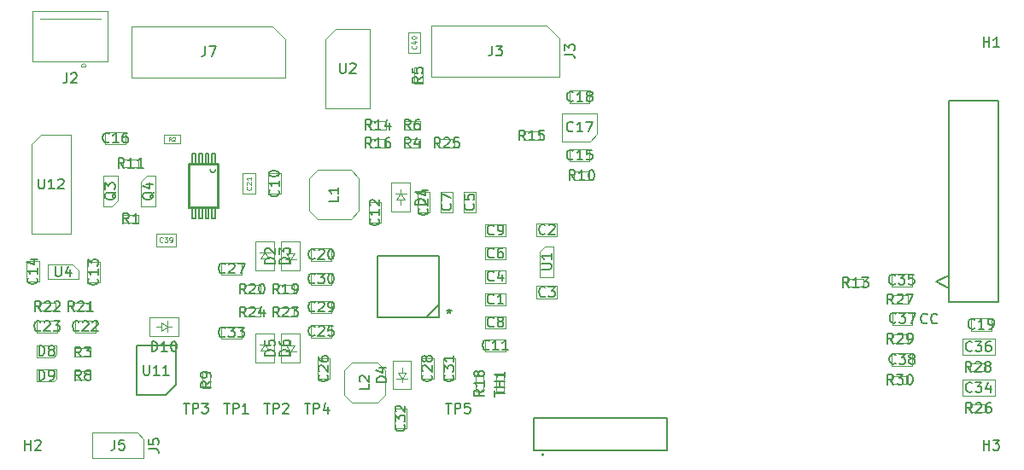
<source format=gbr>
%TF.GenerationSoftware,KiCad,Pcbnew,5.1.10*%
%TF.CreationDate,2021-08-25T21:36:30+02:00*%
%TF.ProjectId,epaper-breakout,65706170-6572-42d6-9272-65616b6f7574,rev?*%
%TF.SameCoordinates,Original*%
%TF.FileFunction,Other,Fab,Top*%
%FSLAX46Y46*%
G04 Gerber Fmt 4.6, Leading zero omitted, Abs format (unit mm)*
G04 Created by KiCad (PCBNEW 5.1.10) date 2021-08-25 21:36:30*
%MOMM*%
%LPD*%
G01*
G04 APERTURE LIST*
%ADD10C,0.152400*%
%ADD11C,0.200000*%
%ADD12C,0.127000*%
%ADD13C,0.100000*%
%ADD14C,0.150000*%
%ADD15C,0.080000*%
%ADD16C,0.060000*%
G04 APERTURE END LIST*
D10*
X118588300Y-46362399D02*
X117318300Y-45727399D01*
X118588300Y-45092399D02*
X117318300Y-45727399D01*
X118588300Y-27732500D02*
X118588300Y-47722300D01*
X118588300Y-47722300D02*
X123490500Y-47722300D01*
X123490500Y-47722300D02*
X123490500Y-27732500D01*
X123490500Y-27732500D02*
X118588300Y-27732500D01*
D11*
X78450000Y-62900000D02*
G75*
G03*
X78450000Y-62900000I-100000J0D01*
G01*
D12*
X77500000Y-62500000D02*
X77500000Y-59250000D01*
X90700000Y-62500000D02*
X77500000Y-62500000D01*
X90700000Y-59250000D02*
X90700000Y-62500000D01*
X77500000Y-59250000D02*
X90700000Y-59250000D01*
D13*
X38135000Y-60730000D02*
X38770000Y-61365000D01*
X33690000Y-60730000D02*
X38135000Y-60730000D01*
X33690000Y-63270000D02*
X33690000Y-60730000D01*
X38770000Y-63270000D02*
X33690000Y-63270000D01*
X38770000Y-61365000D02*
X38770000Y-63270000D01*
X64975000Y-23000000D02*
X64975000Y-21000000D01*
X66225000Y-23000000D02*
X64975000Y-23000000D01*
X66225000Y-21000000D02*
X66225000Y-23000000D01*
X64975000Y-21000000D02*
X66225000Y-21000000D01*
X72660000Y-48123000D02*
X72660000Y-46873000D01*
X72660000Y-46873000D02*
X74660000Y-46873000D01*
X74660000Y-46873000D02*
X74660000Y-48123000D01*
X74660000Y-48123000D02*
X72660000Y-48123000D01*
X79750000Y-41225000D02*
X77750000Y-41225000D01*
X79750000Y-39975000D02*
X79750000Y-41225000D01*
X77750000Y-39975000D02*
X79750000Y-39975000D01*
X77750000Y-41225000D02*
X77750000Y-39975000D01*
X77750000Y-46175000D02*
X79750000Y-46175000D01*
X77750000Y-47425000D02*
X77750000Y-46175000D01*
X79750000Y-47425000D02*
X77750000Y-47425000D01*
X79750000Y-46175000D02*
X79750000Y-47425000D01*
X74660000Y-44599700D02*
X74660000Y-45849700D01*
X74660000Y-45849700D02*
X72660000Y-45849700D01*
X72660000Y-45849700D02*
X72660000Y-44599700D01*
X72660000Y-44599700D02*
X74660000Y-44599700D01*
X70495000Y-36846000D02*
X71745000Y-36846000D01*
X71745000Y-36846000D02*
X71745000Y-38846000D01*
X71745000Y-38846000D02*
X70495000Y-38846000D01*
X70495000Y-38846000D02*
X70495000Y-36846000D01*
X69459000Y-38846000D02*
X68209000Y-38846000D01*
X68209000Y-38846000D02*
X68209000Y-36846000D01*
X68209000Y-36846000D02*
X69459000Y-36846000D01*
X69459000Y-36846000D02*
X69459000Y-38846000D01*
X74660000Y-49159000D02*
X74660000Y-50409000D01*
X74660000Y-50409000D02*
X72660000Y-50409000D01*
X72660000Y-50409000D02*
X72660000Y-49159000D01*
X72660000Y-49159000D02*
X74660000Y-49159000D01*
X72660000Y-41265000D02*
X72660000Y-40015000D01*
X72660000Y-40015000D02*
X74660000Y-40015000D01*
X74660000Y-40015000D02*
X74660000Y-41265000D01*
X74660000Y-41265000D02*
X72660000Y-41265000D01*
X74660000Y-51445000D02*
X74660000Y-52695000D01*
X74660000Y-52695000D02*
X72660000Y-52695000D01*
X72660000Y-52695000D02*
X72660000Y-51445000D01*
X72660000Y-51445000D02*
X74660000Y-51445000D01*
X62347000Y-39862000D02*
X61097000Y-39862000D01*
X61097000Y-39862000D02*
X61097000Y-37862000D01*
X61097000Y-37862000D02*
X62347000Y-37862000D01*
X62347000Y-37862000D02*
X62347000Y-39862000D01*
X120805000Y-50593000D02*
X120805000Y-49343000D01*
X120805000Y-49343000D02*
X122805000Y-49343000D01*
X122805000Y-49343000D02*
X122805000Y-50593000D01*
X122805000Y-50593000D02*
X120805000Y-50593000D01*
X67173000Y-38846000D02*
X65923000Y-38846000D01*
X65923000Y-38846000D02*
X65923000Y-36846000D01*
X65923000Y-36846000D02*
X67173000Y-36846000D01*
X67173000Y-36846000D02*
X67173000Y-38846000D01*
X57267000Y-55356000D02*
X56017000Y-55356000D01*
X56017000Y-55356000D02*
X56017000Y-53356000D01*
X56017000Y-53356000D02*
X57267000Y-53356000D01*
X57267000Y-53356000D02*
X57267000Y-55356000D01*
X67554000Y-55356000D02*
X66304000Y-55356000D01*
X66304000Y-55356000D02*
X66304000Y-53356000D01*
X66304000Y-53356000D02*
X67554000Y-53356000D01*
X67554000Y-53356000D02*
X67554000Y-55356000D01*
X69713000Y-55356000D02*
X68463000Y-55356000D01*
X68463000Y-55356000D02*
X68463000Y-53356000D01*
X68463000Y-53356000D02*
X69713000Y-53356000D01*
X69713000Y-53356000D02*
X69713000Y-55356000D01*
X64887000Y-60309000D02*
X63637000Y-60309000D01*
X63637000Y-60309000D02*
X63637000Y-58309000D01*
X63637000Y-58309000D02*
X64887000Y-58309000D01*
X64887000Y-58309000D02*
X64887000Y-60309000D01*
X32600000Y-24425000D02*
X32600000Y-24215000D01*
X33000000Y-24425000D02*
X33000000Y-24215000D01*
X33000000Y-24425000D02*
X32600000Y-24425000D01*
X32600000Y-24215600D02*
X32800000Y-24015600D01*
X32800000Y-24015600D02*
X33000000Y-24215600D01*
X35250000Y-18915000D02*
X35250000Y-23915000D01*
X35250000Y-23915000D02*
X27750000Y-23915000D01*
X35250000Y-18915000D02*
X27750000Y-18913896D01*
X34500000Y-19615000D02*
X28500000Y-19613896D01*
X27750000Y-18915000D02*
X27750000Y-23915000D01*
D10*
X45574995Y-38650016D02*
X45574995Y-38918824D01*
X44274997Y-38450016D02*
X44574997Y-38450016D01*
X43624986Y-33022163D02*
X43624986Y-33393689D01*
X45225008Y-33022163D02*
X45225008Y-33393689D01*
X45225008Y-38450016D02*
X45574995Y-38450016D01*
X44274997Y-33464606D02*
X44274997Y-33581166D01*
X44925009Y-33581166D02*
X44925009Y-33850000D01*
X44274997Y-33581166D02*
X44274997Y-33850000D01*
X44574997Y-33393689D02*
X44574997Y-33464606D01*
X45574995Y-39106301D02*
X45574995Y-39477827D01*
X44574997Y-38918824D02*
X44574997Y-39035410D01*
X44274997Y-38650016D02*
X44274997Y-38918824D01*
X46250000Y-34049999D02*
X46159652Y-34140347D01*
X43924985Y-38918824D02*
X43924985Y-39035410D01*
X45874994Y-33850000D02*
X45874994Y-34049999D01*
X43624986Y-38450016D02*
X43924985Y-38450016D01*
X45225008Y-34049999D02*
X45574995Y-34049999D01*
X44925009Y-33022163D02*
X44925009Y-33393689D01*
X43340328Y-38359668D02*
X46159652Y-38359668D01*
X44574997Y-33464606D02*
X44574997Y-33581166D01*
X45874994Y-38450016D02*
X45874994Y-38650016D01*
X45874994Y-38450016D02*
X46250000Y-38450016D01*
X45574995Y-33464606D02*
X45574995Y-33581166D01*
X44274997Y-33850000D02*
X44274997Y-34049999D01*
X44274997Y-33022163D02*
X44274997Y-33393689D01*
X43624986Y-38918824D02*
X43624986Y-39035410D01*
X45225008Y-39106301D02*
X45225008Y-39477827D01*
X43924985Y-39106301D02*
X43924985Y-39477827D01*
X45874994Y-33464606D02*
X45874994Y-33581166D01*
X43924985Y-33850000D02*
X43924985Y-34049999D01*
X43340328Y-34140347D02*
X46159652Y-34140347D01*
X44925009Y-38650016D02*
X44925009Y-38918824D01*
X44925009Y-34049999D02*
X45225008Y-34049999D01*
X45225008Y-38918824D02*
X45225008Y-39035410D01*
X44925009Y-38450016D02*
X44925009Y-38650016D01*
X46159652Y-34140347D02*
X46159652Y-38359668D01*
X45225008Y-38650016D02*
X45225008Y-38918824D01*
X43924985Y-38650016D02*
X43924985Y-38918824D01*
X45874994Y-34049999D02*
X46250000Y-34049999D01*
X43340328Y-38359668D02*
X43250006Y-38450016D01*
X43624986Y-33022163D02*
X43924985Y-33022163D01*
X45574995Y-38450016D02*
X45574995Y-38650016D01*
X45574995Y-33022163D02*
X45874994Y-33022163D01*
X45225008Y-33393689D02*
X45225008Y-33464606D01*
X43924985Y-33393689D02*
X43924985Y-33464606D01*
X44274997Y-39106301D02*
X44274997Y-39477827D01*
X45874994Y-33022163D02*
X45874994Y-33393689D01*
X44574997Y-33022163D02*
X44574997Y-33393689D01*
X45225008Y-33581166D02*
X45225008Y-33850000D01*
X43924985Y-33581166D02*
X43924985Y-33850000D01*
X45574995Y-33850000D02*
X45574995Y-34049999D01*
X43250006Y-34049999D02*
X43340328Y-34140347D01*
X45574995Y-34049999D02*
X45874994Y-34049999D01*
X43340328Y-34140347D02*
X43340328Y-38359668D01*
X44574997Y-38450016D02*
X44574997Y-38650016D01*
X43250006Y-38450016D02*
X43624986Y-38450016D01*
X45874994Y-38918824D02*
X45874994Y-39035410D01*
X45225008Y-38450016D02*
X45225008Y-38650016D01*
X44925009Y-33464606D02*
X44925009Y-33581166D01*
X43924985Y-33022163D02*
X43924985Y-33393689D01*
X44574997Y-33850000D02*
X44574997Y-34049999D01*
X43624986Y-39035410D02*
X43624986Y-39106301D01*
X43624986Y-39477827D02*
X43924985Y-39477827D01*
X43624986Y-38650016D02*
X43624986Y-38918824D01*
X44574997Y-34049999D02*
X44925009Y-34049999D01*
X43624986Y-38450016D02*
X43624986Y-38650016D01*
X44574997Y-38650016D02*
X44574997Y-38918824D01*
X43250006Y-34049999D02*
X43250006Y-38450016D01*
X45874994Y-39035410D02*
X45874994Y-39106301D01*
X44574997Y-38450016D02*
X44925009Y-38450016D01*
X44925009Y-33022163D02*
X45225008Y-33022163D01*
X46159652Y-38359668D02*
X46250000Y-38450016D01*
X44274997Y-39477827D02*
X44574997Y-39477827D01*
X43624986Y-33581166D02*
X43624986Y-33850000D01*
X44925009Y-39035410D02*
X44925009Y-39106301D01*
X44925009Y-33850000D02*
X44925009Y-34049999D01*
X43624986Y-34049999D02*
X43924985Y-34049999D01*
X44274997Y-33022163D02*
X44574997Y-33022163D01*
X45574995Y-39477827D02*
X45874994Y-39477827D01*
X45574995Y-39035410D02*
X45574995Y-39106301D01*
X43250006Y-34049999D02*
X43624986Y-34049999D01*
X44925009Y-38450016D02*
X45225008Y-38450016D01*
X44925009Y-33393689D02*
X44925009Y-33464606D01*
X45574995Y-38450016D02*
X45874994Y-38450016D01*
X44574997Y-33581166D02*
X44574997Y-33850000D01*
X43624986Y-39106301D02*
X43624986Y-39477827D01*
X44925009Y-39106301D02*
X44925009Y-39477827D01*
X43924985Y-33464606D02*
X43924985Y-33581166D01*
X44274997Y-39035410D02*
X44274997Y-39106301D01*
X45574995Y-33581166D02*
X45574995Y-33850000D01*
X44274997Y-34049999D02*
X44574997Y-34049999D01*
X44925009Y-38918824D02*
X44925009Y-39035410D01*
X45225008Y-33850000D02*
X45225008Y-34049999D01*
X43924985Y-39035410D02*
X43924985Y-39106301D01*
X45874994Y-33581166D02*
X45874994Y-33850000D01*
X43924985Y-34049999D02*
X44274997Y-34049999D01*
X45874994Y-39106301D02*
X45874994Y-39477827D01*
X44274997Y-38450016D02*
X44274997Y-38650016D01*
X46250000Y-34049999D02*
X46250000Y-38450016D01*
X43624986Y-33393689D02*
X43624986Y-33464606D01*
X43924985Y-38450016D02*
X43924985Y-38650016D01*
X45874994Y-38650016D02*
X45874994Y-38918824D01*
X45574995Y-33022163D02*
X45574995Y-33393689D01*
X43924985Y-38450016D02*
X44274997Y-38450016D01*
X43624986Y-33464606D02*
X43624986Y-33581166D01*
X45574995Y-33393689D02*
X45574995Y-33464606D01*
X44274997Y-33393689D02*
X44274997Y-33464606D01*
X44574997Y-39106301D02*
X44574997Y-39477827D01*
X45225008Y-33464606D02*
X45225008Y-33581166D01*
X43624986Y-33850000D02*
X43624986Y-34049999D01*
X44925009Y-39477827D02*
X45225008Y-39477827D01*
X44574997Y-39035410D02*
X44574997Y-39106301D01*
X45874994Y-33393689D02*
X45874994Y-33464606D01*
X44274997Y-38918824D02*
X44274997Y-39035410D01*
X45225008Y-39035410D02*
X45225008Y-39106301D01*
X45574995Y-38918824D02*
X45574995Y-39035410D01*
X45396127Y-34640346D02*
G75*
G03*
X45923203Y-34640346I263538J0D01*
G01*
D13*
X42400000Y-31187500D02*
X42400000Y-32012500D01*
X42400000Y-32012500D02*
X40800000Y-32012500D01*
X40800000Y-32012500D02*
X40800000Y-31187500D01*
X40800000Y-31187500D02*
X42400000Y-31187500D01*
X40000000Y-42225000D02*
X40000000Y-40975000D01*
X40000000Y-40975000D02*
X42000000Y-40975000D01*
X42000000Y-40975000D02*
X42000000Y-42225000D01*
X42000000Y-42225000D02*
X40000000Y-42225000D01*
X49875000Y-37000000D02*
X48625000Y-37000000D01*
X48625000Y-37000000D02*
X48625000Y-35000000D01*
X48625000Y-35000000D02*
X49875000Y-35000000D01*
X49875000Y-35000000D02*
X49875000Y-37000000D01*
D10*
X68099000Y-48033000D02*
X66829000Y-49303000D01*
X62954000Y-49303000D02*
X62694000Y-49303000D01*
X62694000Y-49303000D02*
X62694000Y-49303000D01*
X62694000Y-49303000D02*
X62954000Y-49303000D01*
X62954000Y-49303000D02*
X62954000Y-49303000D01*
X63354000Y-49303000D02*
X63094000Y-49303000D01*
X63094000Y-49303000D02*
X63094000Y-49303000D01*
X63094000Y-49303000D02*
X63354000Y-49303000D01*
X63354000Y-49303000D02*
X63354000Y-49303000D01*
X63754000Y-49303000D02*
X63494000Y-49303000D01*
X63494000Y-49303000D02*
X63494000Y-49303000D01*
X63494000Y-49303000D02*
X63754000Y-49303000D01*
X63754000Y-49303000D02*
X63754000Y-49303000D01*
X64154000Y-49303000D02*
X63894000Y-49303000D01*
X63894000Y-49303000D02*
X63894000Y-49303000D01*
X63894000Y-49303000D02*
X64154000Y-49303000D01*
X64154000Y-49303000D02*
X64154000Y-49303000D01*
X64554000Y-49303000D02*
X64294000Y-49303000D01*
X64294000Y-49303000D02*
X64294000Y-49303000D01*
X64294000Y-49303000D02*
X64554000Y-49303000D01*
X64554000Y-49303000D02*
X64554000Y-49303000D01*
X64954000Y-49303000D02*
X64694000Y-49303000D01*
X64694000Y-49303000D02*
X64694000Y-49303000D01*
X64694000Y-49303000D02*
X64954000Y-49303000D01*
X64954000Y-49303000D02*
X64954000Y-49303000D01*
X65354000Y-49303000D02*
X65094000Y-49303000D01*
X65094000Y-49303000D02*
X65094000Y-49303000D01*
X65094000Y-49303000D02*
X65354000Y-49303000D01*
X65354000Y-49303000D02*
X65354000Y-49303000D01*
X65754000Y-49303000D02*
X65494000Y-49303000D01*
X65494000Y-49303000D02*
X65494000Y-49303000D01*
X65494000Y-49303000D02*
X65754000Y-49303000D01*
X65754000Y-49303000D02*
X65754000Y-49303000D01*
X66154000Y-49303000D02*
X65894000Y-49303000D01*
X65894000Y-49303000D02*
X65894000Y-49303000D01*
X65894000Y-49303000D02*
X66154000Y-49303000D01*
X66154000Y-49303000D02*
X66154000Y-49303000D01*
X66554000Y-49303000D02*
X66294000Y-49303000D01*
X66294000Y-49303000D02*
X66294000Y-49303000D01*
X66294000Y-49303000D02*
X66554000Y-49303000D01*
X66554000Y-49303000D02*
X66554000Y-49303000D01*
X66954000Y-49303000D02*
X66694000Y-49303000D01*
X66694000Y-49303000D02*
X66694000Y-49303000D01*
X66694000Y-49303000D02*
X66954000Y-49303000D01*
X66954000Y-49303000D02*
X66954000Y-49303000D01*
X67354000Y-49303000D02*
X67094000Y-49303000D01*
X67094000Y-49303000D02*
X67094000Y-49303000D01*
X67094000Y-49303000D02*
X67354000Y-49303000D01*
X67354000Y-49303000D02*
X67354000Y-49303000D01*
X68099000Y-48298000D02*
X68099000Y-48558000D01*
X68099000Y-48558000D02*
X68099000Y-48558000D01*
X68099000Y-48558000D02*
X68099000Y-48298000D01*
X68099000Y-48298000D02*
X68099000Y-48298000D01*
X68099000Y-47898000D02*
X68099000Y-48158000D01*
X68099000Y-48158000D02*
X68099000Y-48158000D01*
X68099000Y-48158000D02*
X68099000Y-47898000D01*
X68099000Y-47898000D02*
X68099000Y-47898000D01*
X68099000Y-47498000D02*
X68099000Y-47758000D01*
X68099000Y-47758000D02*
X68099000Y-47758000D01*
X68099000Y-47758000D02*
X68099000Y-47498000D01*
X68099000Y-47498000D02*
X68099000Y-47498000D01*
X68099000Y-47098000D02*
X68099000Y-47358000D01*
X68099000Y-47358000D02*
X68099000Y-47358000D01*
X68099000Y-47358000D02*
X68099000Y-47098000D01*
X68099000Y-47098000D02*
X68099000Y-47098000D01*
X68099000Y-46698000D02*
X68099000Y-46958000D01*
X68099000Y-46958000D02*
X68099000Y-46958000D01*
X68099000Y-46958000D02*
X68099000Y-46698000D01*
X68099000Y-46698000D02*
X68099000Y-46698000D01*
X68099000Y-46298000D02*
X68099000Y-46558000D01*
X68099000Y-46558000D02*
X68099000Y-46558000D01*
X68099000Y-46558000D02*
X68099000Y-46298000D01*
X68099000Y-46298000D02*
X68099000Y-46298000D01*
X68099000Y-45898000D02*
X68099000Y-46158000D01*
X68099000Y-46158000D02*
X68099000Y-46158000D01*
X68099000Y-46158000D02*
X68099000Y-45898000D01*
X68099000Y-45898000D02*
X68099000Y-45898000D01*
X68099000Y-45498000D02*
X68099000Y-45758000D01*
X68099000Y-45758000D02*
X68099000Y-45758000D01*
X68099000Y-45758000D02*
X68099000Y-45498000D01*
X68099000Y-45498000D02*
X68099000Y-45498000D01*
X68099000Y-45098000D02*
X68099000Y-45358000D01*
X68099000Y-45358000D02*
X68099000Y-45358000D01*
X68099000Y-45358000D02*
X68099000Y-45098000D01*
X68099000Y-45098000D02*
X68099000Y-45098000D01*
X68099000Y-44698000D02*
X68099000Y-44958000D01*
X68099000Y-44958000D02*
X68099000Y-44958000D01*
X68099000Y-44958000D02*
X68099000Y-44698000D01*
X68099000Y-44698000D02*
X68099000Y-44698000D01*
X68099000Y-44298000D02*
X68099000Y-44558000D01*
X68099000Y-44558000D02*
X68099000Y-44558000D01*
X68099000Y-44558000D02*
X68099000Y-44298000D01*
X68099000Y-44298000D02*
X68099000Y-44298000D01*
X68099000Y-43898000D02*
X68099000Y-44158000D01*
X68099000Y-44158000D02*
X68099000Y-44158000D01*
X68099000Y-44158000D02*
X68099000Y-43898000D01*
X68099000Y-43898000D02*
X68099000Y-43898000D01*
X67094000Y-43153000D02*
X67354000Y-43153000D01*
X67354000Y-43153000D02*
X67354000Y-43153000D01*
X67354000Y-43153000D02*
X67094000Y-43153000D01*
X67094000Y-43153000D02*
X67094000Y-43153000D01*
X66694000Y-43153000D02*
X66954000Y-43153000D01*
X66954000Y-43153000D02*
X66954000Y-43153000D01*
X66954000Y-43153000D02*
X66694000Y-43153000D01*
X66694000Y-43153000D02*
X66694000Y-43153000D01*
X66294000Y-43153000D02*
X66554000Y-43153000D01*
X66554000Y-43153000D02*
X66554000Y-43153000D01*
X66554000Y-43153000D02*
X66294000Y-43153000D01*
X66294000Y-43153000D02*
X66294000Y-43153000D01*
X65894000Y-43153000D02*
X66154000Y-43153000D01*
X66154000Y-43153000D02*
X66154000Y-43153000D01*
X66154000Y-43153000D02*
X65894000Y-43153000D01*
X65894000Y-43153000D02*
X65894000Y-43153000D01*
X65494000Y-43153000D02*
X65754000Y-43153000D01*
X65754000Y-43153000D02*
X65754000Y-43153000D01*
X65754000Y-43153000D02*
X65494000Y-43153000D01*
X65494000Y-43153000D02*
X65494000Y-43153000D01*
X65094000Y-43153000D02*
X65354000Y-43153000D01*
X65354000Y-43153000D02*
X65354000Y-43153000D01*
X65354000Y-43153000D02*
X65094000Y-43153000D01*
X65094000Y-43153000D02*
X65094000Y-43153000D01*
X64694000Y-43153000D02*
X64954000Y-43153000D01*
X64954000Y-43153000D02*
X64954000Y-43153000D01*
X64954000Y-43153000D02*
X64694000Y-43153000D01*
X64694000Y-43153000D02*
X64694000Y-43153000D01*
X64294000Y-43153000D02*
X64554000Y-43153000D01*
X64554000Y-43153000D02*
X64554000Y-43153000D01*
X64554000Y-43153000D02*
X64294000Y-43153000D01*
X64294000Y-43153000D02*
X64294000Y-43153000D01*
X63894000Y-43153000D02*
X64154000Y-43153000D01*
X64154000Y-43153000D02*
X64154000Y-43153000D01*
X64154000Y-43153000D02*
X63894000Y-43153000D01*
X63894000Y-43153000D02*
X63894000Y-43153000D01*
X63494000Y-43153000D02*
X63754000Y-43153000D01*
X63754000Y-43153000D02*
X63754000Y-43153000D01*
X63754000Y-43153000D02*
X63494000Y-43153000D01*
X63494000Y-43153000D02*
X63494000Y-43153000D01*
X63094000Y-43153000D02*
X63354000Y-43153000D01*
X63354000Y-43153000D02*
X63354000Y-43153000D01*
X63354000Y-43153000D02*
X63094000Y-43153000D01*
X63094000Y-43153000D02*
X63094000Y-43153000D01*
X62694000Y-43153000D02*
X62954000Y-43153000D01*
X62954000Y-43153000D02*
X62954000Y-43153000D01*
X62954000Y-43153000D02*
X62694000Y-43153000D01*
X62694000Y-43153000D02*
X62694000Y-43153000D01*
X61949000Y-44158000D02*
X61949000Y-43898000D01*
X61949000Y-43898000D02*
X61949000Y-43898000D01*
X61949000Y-43898000D02*
X61949000Y-44158000D01*
X61949000Y-44158000D02*
X61949000Y-44158000D01*
X61949000Y-44558000D02*
X61949000Y-44298000D01*
X61949000Y-44298000D02*
X61949000Y-44298000D01*
X61949000Y-44298000D02*
X61949000Y-44558000D01*
X61949000Y-44558000D02*
X61949000Y-44558000D01*
X61949000Y-44958000D02*
X61949000Y-44698000D01*
X61949000Y-44698000D02*
X61949000Y-44698000D01*
X61949000Y-44698000D02*
X61949000Y-44958000D01*
X61949000Y-44958000D02*
X61949000Y-44958000D01*
X61949000Y-45358000D02*
X61949000Y-45098000D01*
X61949000Y-45098000D02*
X61949000Y-45098000D01*
X61949000Y-45098000D02*
X61949000Y-45358000D01*
X61949000Y-45358000D02*
X61949000Y-45358000D01*
X61949000Y-45758000D02*
X61949000Y-45498000D01*
X61949000Y-45498000D02*
X61949000Y-45498000D01*
X61949000Y-45498000D02*
X61949000Y-45758000D01*
X61949000Y-45758000D02*
X61949000Y-45758000D01*
X61949000Y-46158000D02*
X61949000Y-45898000D01*
X61949000Y-45898000D02*
X61949000Y-45898000D01*
X61949000Y-45898000D02*
X61949000Y-46158000D01*
X61949000Y-46158000D02*
X61949000Y-46158000D01*
X61949000Y-46558000D02*
X61949000Y-46298000D01*
X61949000Y-46298000D02*
X61949000Y-46298000D01*
X61949000Y-46298000D02*
X61949000Y-46558000D01*
X61949000Y-46558000D02*
X61949000Y-46558000D01*
X61949000Y-46958000D02*
X61949000Y-46698000D01*
X61949000Y-46698000D02*
X61949000Y-46698000D01*
X61949000Y-46698000D02*
X61949000Y-46958000D01*
X61949000Y-46958000D02*
X61949000Y-46958000D01*
X61949000Y-47358000D02*
X61949000Y-47098000D01*
X61949000Y-47098000D02*
X61949000Y-47098000D01*
X61949000Y-47098000D02*
X61949000Y-47358000D01*
X61949000Y-47358000D02*
X61949000Y-47358000D01*
X61949000Y-47758000D02*
X61949000Y-47498000D01*
X61949000Y-47498000D02*
X61949000Y-47498000D01*
X61949000Y-47498000D02*
X61949000Y-47758000D01*
X61949000Y-47758000D02*
X61949000Y-47758000D01*
X61949000Y-48158000D02*
X61949000Y-47898000D01*
X61949000Y-47898000D02*
X61949000Y-47898000D01*
X61949000Y-47898000D02*
X61949000Y-48158000D01*
X61949000Y-48158000D02*
X61949000Y-48158000D01*
X61949000Y-48558000D02*
X61949000Y-48298000D01*
X61949000Y-48298000D02*
X61949000Y-48298000D01*
X61949000Y-48298000D02*
X61949000Y-48558000D01*
X61949000Y-48558000D02*
X61949000Y-48558000D01*
X68099000Y-43153000D02*
X61949000Y-43153000D01*
X61949000Y-43153000D02*
X61949000Y-49303000D01*
X61949000Y-49303000D02*
X68099000Y-49303000D01*
X68099000Y-49303000D02*
X68099000Y-43153000D01*
D13*
X114550000Y-51003500D02*
X114550000Y-51828500D01*
X114550000Y-51828500D02*
X112950000Y-51828500D01*
X112950000Y-51828500D02*
X112950000Y-51003500D01*
X112950000Y-51003500D02*
X114550000Y-51003500D01*
X80010000Y-21590000D02*
X80010000Y-25400000D01*
X80010000Y-25400000D02*
X67310000Y-25400000D01*
X67310000Y-25400000D02*
X67310000Y-20320000D01*
X67310000Y-20320000D02*
X78740000Y-20320000D01*
X78740000Y-20320000D02*
X80010000Y-21590000D01*
X64389000Y-54741000D02*
X64389000Y-54241000D01*
X64789000Y-54741000D02*
X64389000Y-55341000D01*
X63989000Y-54741000D02*
X64789000Y-54741000D01*
X64389000Y-55341000D02*
X63989000Y-54741000D01*
X64389000Y-55341000D02*
X64939000Y-55341000D01*
X64389000Y-55341000D02*
X63839000Y-55341000D01*
X64389000Y-55741000D02*
X64389000Y-55341000D01*
X65289000Y-56391000D02*
X63489000Y-56391000D01*
X65289000Y-53591000D02*
X65289000Y-56391000D01*
X63489000Y-53591000D02*
X65289000Y-53591000D01*
X63489000Y-56391000D02*
X63489000Y-53591000D01*
X57388000Y-44841000D02*
X57388000Y-46091000D01*
X57388000Y-46091000D02*
X55388000Y-46091000D01*
X55388000Y-46091000D02*
X55388000Y-44841000D01*
X55388000Y-44841000D02*
X57388000Y-44841000D01*
X114550000Y-55083500D02*
X114550000Y-55908500D01*
X114550000Y-55908500D02*
X112950000Y-55908500D01*
X112950000Y-55908500D02*
X112950000Y-55083500D01*
X112950000Y-55083500D02*
X114550000Y-55083500D01*
X120688000Y-54652500D02*
X120688000Y-53827500D01*
X120688000Y-53827500D02*
X122288000Y-53827500D01*
X122288000Y-53827500D02*
X122288000Y-54652500D01*
X122288000Y-54652500D02*
X120688000Y-54652500D01*
X114550000Y-47087500D02*
X114550000Y-47912500D01*
X114550000Y-47912500D02*
X112950000Y-47912500D01*
X112950000Y-47912500D02*
X112950000Y-47087500D01*
X112950000Y-47087500D02*
X114550000Y-47087500D01*
X120751000Y-58716500D02*
X120751000Y-57891500D01*
X120751000Y-57891500D02*
X122351000Y-57891500D01*
X122351000Y-57891500D02*
X122351000Y-58716500D01*
X122351000Y-58716500D02*
X120751000Y-58716500D01*
X68025000Y-32412500D02*
X68025000Y-31587500D01*
X68025000Y-31587500D02*
X69625000Y-31587500D01*
X69625000Y-31587500D02*
X69625000Y-32412500D01*
X69625000Y-32412500D02*
X68025000Y-32412500D01*
X50330000Y-48355500D02*
X50330000Y-49180500D01*
X50330000Y-49180500D02*
X48730000Y-49180500D01*
X48730000Y-49180500D02*
X48730000Y-48355500D01*
X48730000Y-48355500D02*
X50330000Y-48355500D01*
X53632000Y-48355500D02*
X53632000Y-49180500D01*
X53632000Y-49180500D02*
X52032000Y-49180500D01*
X52032000Y-49180500D02*
X52032000Y-48355500D01*
X52032000Y-48355500D02*
X53632000Y-48355500D01*
X30050000Y-47808500D02*
X30050000Y-48633500D01*
X30050000Y-48633500D02*
X28450000Y-48633500D01*
X28450000Y-48633500D02*
X28450000Y-47808500D01*
X28450000Y-47808500D02*
X30050000Y-47808500D01*
X33324000Y-47808500D02*
X33324000Y-48633500D01*
X33324000Y-48633500D02*
X31724000Y-48633500D01*
X31724000Y-48633500D02*
X31724000Y-47808500D01*
X31724000Y-47808500D02*
X33324000Y-47808500D01*
X50330000Y-46069500D02*
X50330000Y-46894500D01*
X50330000Y-46894500D02*
X48730000Y-46894500D01*
X48730000Y-46894500D02*
X48730000Y-46069500D01*
X48730000Y-46069500D02*
X50330000Y-46069500D01*
X53632000Y-46069500D02*
X53632000Y-46894500D01*
X53632000Y-46894500D02*
X52032000Y-46894500D01*
X52032000Y-46894500D02*
X52032000Y-46069500D01*
X52032000Y-46069500D02*
X53632000Y-46069500D01*
X72493700Y-56646600D02*
X71668700Y-56646600D01*
X71668700Y-56646600D02*
X71668700Y-55046600D01*
X71668700Y-55046600D02*
X72493700Y-55046600D01*
X72493700Y-55046600D02*
X72493700Y-56646600D01*
X62800000Y-31587500D02*
X62800000Y-32412500D01*
X62800000Y-32412500D02*
X61200000Y-32412500D01*
X61200000Y-32412500D02*
X61200000Y-31587500D01*
X61200000Y-31587500D02*
X62800000Y-31587500D01*
X76450000Y-31662500D02*
X76450000Y-30837500D01*
X76450000Y-30837500D02*
X78050000Y-30837500D01*
X78050000Y-30837500D02*
X78050000Y-31662500D01*
X78050000Y-31662500D02*
X76450000Y-31662500D01*
X62800000Y-29787500D02*
X62800000Y-30612500D01*
X62800000Y-30612500D02*
X61200000Y-30612500D01*
X61200000Y-30612500D02*
X61200000Y-29787500D01*
X61200000Y-29787500D02*
X62800000Y-29787500D01*
X108547000Y-46259500D02*
X108547000Y-45434500D01*
X108547000Y-45434500D02*
X110147000Y-45434500D01*
X110147000Y-45434500D02*
X110147000Y-46259500D01*
X110147000Y-46259500D02*
X108547000Y-46259500D01*
X38300000Y-33587500D02*
X38300000Y-34412500D01*
X38300000Y-34412500D02*
X36700000Y-34412500D01*
X36700000Y-34412500D02*
X36700000Y-33587500D01*
X36700000Y-33587500D02*
X38300000Y-33587500D01*
X81400000Y-35612500D02*
X81400000Y-34787500D01*
X81400000Y-34787500D02*
X83000000Y-34787500D01*
X83000000Y-34787500D02*
X83000000Y-35612500D01*
X83000000Y-35612500D02*
X81400000Y-35612500D01*
X45412500Y-56300000D02*
X44587500Y-56300000D01*
X44587500Y-56300000D02*
X44587500Y-54700000D01*
X44587500Y-54700000D02*
X45412500Y-54700000D01*
X45412500Y-54700000D02*
X45412500Y-56300000D01*
X33550000Y-54645500D02*
X33550000Y-55470500D01*
X33550000Y-55470500D02*
X31950000Y-55470500D01*
X31950000Y-55470500D02*
X31950000Y-54645500D01*
X31950000Y-54645500D02*
X33550000Y-54645500D01*
X64600000Y-30612500D02*
X64600000Y-29787500D01*
X64600000Y-29787500D02*
X66200000Y-29787500D01*
X66200000Y-29787500D02*
X66200000Y-30612500D01*
X66200000Y-30612500D02*
X64600000Y-30612500D01*
X65587500Y-24450000D02*
X66412500Y-24450000D01*
X66412500Y-24450000D02*
X66412500Y-26050000D01*
X66412500Y-26050000D02*
X65587500Y-26050000D01*
X65587500Y-26050000D02*
X65587500Y-24450000D01*
X64600000Y-32412500D02*
X64600000Y-31587500D01*
X64600000Y-31587500D02*
X66200000Y-31587500D01*
X66200000Y-31587500D02*
X66200000Y-32412500D01*
X66200000Y-32412500D02*
X64600000Y-32412500D01*
X33550000Y-52337500D02*
X33550000Y-53162500D01*
X33550000Y-53162500D02*
X31950000Y-53162500D01*
X31950000Y-53162500D02*
X31950000Y-52337500D01*
X31950000Y-52337500D02*
X33550000Y-52337500D01*
X36700000Y-39912500D02*
X36700000Y-39087500D01*
X36700000Y-39087500D02*
X38300000Y-39087500D01*
X38300000Y-39087500D02*
X38300000Y-39912500D01*
X38300000Y-39912500D02*
X36700000Y-39912500D01*
X52857400Y-21640800D02*
X52857400Y-25450800D01*
X52857400Y-25450800D02*
X37617400Y-25450800D01*
X37617400Y-25450800D02*
X37617400Y-20370800D01*
X37617400Y-20370800D02*
X51587400Y-20370800D01*
X51587400Y-20370800D02*
X52857400Y-21640800D01*
X57800000Y-20700000D02*
X61200000Y-20700000D01*
X61200000Y-20700000D02*
X61200000Y-28500000D01*
X61200000Y-28500000D02*
X56800000Y-28500000D01*
X56800000Y-28500000D02*
X56800000Y-21700000D01*
X56800000Y-21700000D02*
X57800000Y-20700000D01*
X73700700Y-55046600D02*
X74525700Y-55046600D01*
X74525700Y-55046600D02*
X74525700Y-56646600D01*
X74525700Y-56646600D02*
X73700700Y-56646600D01*
X73700700Y-56646600D02*
X73700700Y-55046600D01*
X60706000Y-57753000D02*
X59456000Y-57753000D01*
X59456000Y-57753000D02*
X58706000Y-57003000D01*
X58706000Y-57003000D02*
X58706000Y-55753000D01*
X60706000Y-53753000D02*
X59456000Y-53753000D01*
X59456000Y-53753000D02*
X58706000Y-54503000D01*
X58706000Y-54503000D02*
X58706000Y-55753000D01*
X60706000Y-53753000D02*
X61956000Y-53753000D01*
X61956000Y-53753000D02*
X62706000Y-54503000D01*
X62706000Y-54503000D02*
X62706000Y-55753000D01*
X60706000Y-57753000D02*
X61956000Y-57753000D01*
X61956000Y-57753000D02*
X62706000Y-57003000D01*
X62706000Y-57003000D02*
X62706000Y-55753000D01*
X57658000Y-39534000D02*
X56008000Y-39534000D01*
X56008000Y-39534000D02*
X55208000Y-38734000D01*
X55208000Y-38734000D02*
X55208000Y-37084000D01*
X57658000Y-34634000D02*
X56008000Y-34634000D01*
X56008000Y-34634000D02*
X55208000Y-35434000D01*
X55208000Y-35434000D02*
X55208000Y-37084000D01*
X57658000Y-34634000D02*
X59308000Y-34634000D01*
X59308000Y-34634000D02*
X60108000Y-35434000D01*
X60108000Y-35434000D02*
X60108000Y-37084000D01*
X57658000Y-39534000D02*
X59308000Y-39534000D01*
X59308000Y-39534000D02*
X60108000Y-38734000D01*
X60108000Y-38734000D02*
X60108000Y-37084000D01*
X50800000Y-52574000D02*
X50800000Y-53074000D01*
X50400000Y-52574000D02*
X50800000Y-51974000D01*
X51200000Y-52574000D02*
X50400000Y-52574000D01*
X50800000Y-51974000D02*
X51200000Y-52574000D01*
X50800000Y-51974000D02*
X50250000Y-51974000D01*
X50800000Y-51974000D02*
X51350000Y-51974000D01*
X50800000Y-51574000D02*
X50800000Y-51974000D01*
X49900000Y-50924000D02*
X51700000Y-50924000D01*
X49900000Y-53724000D02*
X49900000Y-50924000D01*
X51700000Y-53724000D02*
X49900000Y-53724000D01*
X51700000Y-50924000D02*
X51700000Y-53724000D01*
X53340000Y-52074000D02*
X53340000Y-51574000D01*
X53740000Y-52074000D02*
X53340000Y-52674000D01*
X52940000Y-52074000D02*
X53740000Y-52074000D01*
X53340000Y-52674000D02*
X52940000Y-52074000D01*
X53340000Y-52674000D02*
X53890000Y-52674000D01*
X53340000Y-52674000D02*
X52790000Y-52674000D01*
X53340000Y-53074000D02*
X53340000Y-52674000D01*
X54240000Y-53724000D02*
X52440000Y-53724000D01*
X54240000Y-50924000D02*
X54240000Y-53724000D01*
X52440000Y-50924000D02*
X54240000Y-50924000D01*
X52440000Y-53724000D02*
X52440000Y-50924000D01*
X50800000Y-43430000D02*
X50800000Y-43930000D01*
X50400000Y-43430000D02*
X50800000Y-42830000D01*
X51200000Y-43430000D02*
X50400000Y-43430000D01*
X50800000Y-42830000D02*
X51200000Y-43430000D01*
X50800000Y-42830000D02*
X50250000Y-42830000D01*
X50800000Y-42830000D02*
X51350000Y-42830000D01*
X50800000Y-42430000D02*
X50800000Y-42830000D01*
X49900000Y-41780000D02*
X51700000Y-41780000D01*
X49900000Y-44580000D02*
X49900000Y-41780000D01*
X51700000Y-44580000D02*
X49900000Y-44580000D01*
X51700000Y-41780000D02*
X51700000Y-44580000D01*
X53340000Y-42930000D02*
X53340000Y-42430000D01*
X53740000Y-42930000D02*
X53340000Y-43530000D01*
X52940000Y-42930000D02*
X53740000Y-42930000D01*
X53340000Y-43530000D02*
X52940000Y-42930000D01*
X53340000Y-43530000D02*
X53890000Y-43530000D01*
X53340000Y-43530000D02*
X52790000Y-43530000D01*
X53340000Y-43930000D02*
X53340000Y-43530000D01*
X54240000Y-44580000D02*
X52440000Y-44580000D01*
X54240000Y-41780000D02*
X54240000Y-44580000D01*
X52440000Y-41780000D02*
X54240000Y-41780000D01*
X52440000Y-44580000D02*
X52440000Y-41780000D01*
X64262000Y-37588000D02*
X64262000Y-38088000D01*
X63862000Y-37588000D02*
X64262000Y-36988000D01*
X64662000Y-37588000D02*
X63862000Y-37588000D01*
X64262000Y-36988000D02*
X64662000Y-37588000D01*
X64262000Y-36988000D02*
X63712000Y-36988000D01*
X64262000Y-36988000D02*
X64812000Y-36988000D01*
X64262000Y-36588000D02*
X64262000Y-36988000D01*
X63362000Y-35938000D02*
X65162000Y-35938000D01*
X63362000Y-38738000D02*
X63362000Y-35938000D01*
X65162000Y-38738000D02*
X63362000Y-38738000D01*
X65162000Y-35938000D02*
X65162000Y-38738000D01*
X114978000Y-52839000D02*
X114978000Y-54089000D01*
X114978000Y-54089000D02*
X112978000Y-54089000D01*
X112978000Y-54089000D02*
X112978000Y-52839000D01*
X112978000Y-52839000D02*
X114978000Y-52839000D01*
X115000000Y-48759000D02*
X115000000Y-50009000D01*
X115000000Y-50009000D02*
X113000000Y-50009000D01*
X113000000Y-50009000D02*
X113000000Y-48759000D01*
X113000000Y-48759000D02*
X115000000Y-48759000D01*
X119951000Y-53008000D02*
X119951000Y-51408000D01*
X119951000Y-51408000D02*
X123151000Y-51408000D01*
X123151000Y-51408000D02*
X123151000Y-53008000D01*
X123151000Y-53008000D02*
X119951000Y-53008000D01*
X114928000Y-44945000D02*
X114928000Y-46195000D01*
X114928000Y-46195000D02*
X112928000Y-46195000D01*
X112928000Y-46195000D02*
X112928000Y-44945000D01*
X112928000Y-44945000D02*
X114928000Y-44945000D01*
X119951000Y-57072000D02*
X119951000Y-55472000D01*
X119951000Y-55472000D02*
X123151000Y-55472000D01*
X123151000Y-55472000D02*
X123151000Y-57072000D01*
X123151000Y-57072000D02*
X119951000Y-57072000D01*
X48498000Y-50175000D02*
X48498000Y-51425000D01*
X48498000Y-51425000D02*
X46498000Y-51425000D01*
X46498000Y-51425000D02*
X46498000Y-50175000D01*
X46498000Y-50175000D02*
X48498000Y-50175000D01*
X55388000Y-48885000D02*
X55388000Y-47635000D01*
X55388000Y-47635000D02*
X57388000Y-47635000D01*
X57388000Y-47635000D02*
X57388000Y-48885000D01*
X57388000Y-48885000D02*
X55388000Y-48885000D01*
X46498000Y-45075000D02*
X46498000Y-43825000D01*
X46498000Y-43825000D02*
X48498000Y-43825000D01*
X48498000Y-43825000D02*
X48498000Y-45075000D01*
X48498000Y-45075000D02*
X46498000Y-45075000D01*
X55388000Y-51298000D02*
X55388000Y-50048000D01*
X55388000Y-50048000D02*
X57388000Y-50048000D01*
X57388000Y-50048000D02*
X57388000Y-51298000D01*
X57388000Y-51298000D02*
X55388000Y-51298000D01*
X28200000Y-50825000D02*
X28200000Y-49575000D01*
X28200000Y-49575000D02*
X30200000Y-49575000D01*
X30200000Y-49575000D02*
X30200000Y-50825000D01*
X30200000Y-50825000D02*
X28200000Y-50825000D01*
X34000000Y-49575000D02*
X34000000Y-50825000D01*
X34000000Y-50825000D02*
X32000000Y-50825000D01*
X32000000Y-50825000D02*
X32000000Y-49575000D01*
X32000000Y-49575000D02*
X34000000Y-49575000D01*
X55388000Y-43678000D02*
X55388000Y-42428000D01*
X55388000Y-42428000D02*
X57388000Y-42428000D01*
X57388000Y-42428000D02*
X57388000Y-43678000D01*
X57388000Y-43678000D02*
X55388000Y-43678000D01*
X81000000Y-28025000D02*
X81000000Y-26775000D01*
X81000000Y-26775000D02*
X83000000Y-26775000D01*
X83000000Y-26775000D02*
X83000000Y-28025000D01*
X83000000Y-28025000D02*
X81000000Y-28025000D01*
X35000000Y-32125000D02*
X35000000Y-30875000D01*
X35000000Y-30875000D02*
X37000000Y-30875000D01*
X37000000Y-30875000D02*
X37000000Y-32125000D01*
X37000000Y-32125000D02*
X35000000Y-32125000D01*
X83000000Y-32575000D02*
X83000000Y-33825000D01*
X83000000Y-33825000D02*
X81000000Y-33825000D01*
X81000000Y-33825000D02*
X81000000Y-32575000D01*
X81000000Y-32575000D02*
X83000000Y-32575000D01*
X28425000Y-45707500D02*
X27175000Y-45707500D01*
X27175000Y-45707500D02*
X27175000Y-43707500D01*
X27175000Y-43707500D02*
X28425000Y-43707500D01*
X28425000Y-43707500D02*
X28425000Y-45707500D01*
X34425000Y-43800000D02*
X34425000Y-45800000D01*
X33175000Y-43800000D02*
X34425000Y-43800000D01*
X33175000Y-45800000D02*
X33175000Y-43800000D01*
X34425000Y-45800000D02*
X33175000Y-45800000D01*
X51125000Y-35000000D02*
X52375000Y-35000000D01*
X52375000Y-35000000D02*
X52375000Y-37000000D01*
X52375000Y-37000000D02*
X51125000Y-37000000D01*
X51125000Y-37000000D02*
X51125000Y-35000000D01*
X74660000Y-42301000D02*
X74660000Y-43551000D01*
X74660000Y-43551000D02*
X72660000Y-43551000D01*
X72660000Y-43551000D02*
X72660000Y-42301000D01*
X72660000Y-42301000D02*
X74660000Y-42301000D01*
X42200000Y-51100000D02*
X39400000Y-51100000D01*
X39400000Y-51100000D02*
X39400000Y-49300000D01*
X39400000Y-49300000D02*
X42200000Y-49300000D01*
X42200000Y-49300000D02*
X42200000Y-51100000D01*
X41550000Y-50200000D02*
X41150000Y-50200000D01*
X41150000Y-50200000D02*
X41150000Y-50750000D01*
X41150000Y-50200000D02*
X41150000Y-49650000D01*
X41150000Y-50200000D02*
X40550000Y-50600000D01*
X40550000Y-50600000D02*
X40550000Y-49800000D01*
X40550000Y-49800000D02*
X41150000Y-50200000D01*
X40550000Y-50200000D02*
X40050000Y-50200000D01*
X80250000Y-29000000D02*
X80250000Y-31800000D01*
X83750000Y-29000000D02*
X80250000Y-29000000D01*
X83750000Y-31100000D02*
X83750000Y-29000000D01*
X83050000Y-31800000D02*
X83750000Y-31100000D01*
X80250000Y-31800000D02*
X83050000Y-31800000D01*
X27641000Y-32093000D02*
X28616000Y-31118000D01*
X27641000Y-41018000D02*
X27641000Y-32093000D01*
X31541000Y-41018000D02*
X27641000Y-41018000D01*
X31541000Y-31118000D02*
X31541000Y-41018000D01*
X28616000Y-31118000D02*
X31541000Y-31118000D01*
X29280000Y-44058000D02*
X29280000Y-45458000D01*
X32320000Y-45458000D02*
X29280000Y-45458000D01*
X31750000Y-44058000D02*
X32320000Y-44608000D01*
X32320000Y-44608000D02*
X32320000Y-45458000D01*
X31750000Y-44058000D02*
X29300000Y-44058000D01*
D14*
X41959000Y-56000000D02*
X40959000Y-57000000D01*
X41959000Y-52100000D02*
X41959000Y-56000000D01*
X38059000Y-52100000D02*
X41959000Y-52100000D01*
X38059000Y-57000000D02*
X38059000Y-52100000D01*
X40959000Y-57000000D02*
X38059000Y-57000000D01*
D13*
X28150500Y-54458000D02*
X28150500Y-55658000D01*
X30150500Y-54458000D02*
X28150500Y-54458000D01*
X30150500Y-55358000D02*
X30150500Y-54458000D01*
X29850500Y-55658000D02*
X30150500Y-55358000D01*
X28150500Y-55658000D02*
X29850500Y-55658000D01*
X28150500Y-52045000D02*
X28150500Y-53245000D01*
X30150500Y-52045000D02*
X28150500Y-52045000D01*
X30150500Y-52945000D02*
X30150500Y-52045000D01*
X29850500Y-53245000D02*
X30150500Y-52945000D01*
X28150500Y-53245000D02*
X29850500Y-53245000D01*
X38550000Y-38270000D02*
X39950000Y-38270000D01*
X39950000Y-35230000D02*
X39950000Y-38270000D01*
X38550000Y-35800000D02*
X39100000Y-35230000D01*
X39100000Y-35230000D02*
X39950000Y-35230000D01*
X38550000Y-35800000D02*
X38550000Y-38250000D01*
X36200000Y-35230000D02*
X34800000Y-35230000D01*
X34800000Y-38270000D02*
X34800000Y-35230000D01*
X36200000Y-37700000D02*
X35650000Y-38270000D01*
X35650000Y-38270000D02*
X34800000Y-38270000D01*
X36200000Y-37700000D02*
X36200000Y-35250000D01*
X78050000Y-42793000D02*
X78050000Y-45243000D01*
X78600000Y-42223000D02*
X79450000Y-42223000D01*
X78050000Y-42793000D02*
X78600000Y-42223000D01*
X79450000Y-42223000D02*
X79450000Y-45263000D01*
X78050000Y-45263000D02*
X79450000Y-45263000D01*
D14*
X116460083Y-49807182D02*
X116412464Y-49854801D01*
X116269607Y-49902420D01*
X116174369Y-49902420D01*
X116031512Y-49854801D01*
X115936274Y-49759563D01*
X115888655Y-49664325D01*
X115841036Y-49473849D01*
X115841036Y-49330992D01*
X115888655Y-49140516D01*
X115936274Y-49045278D01*
X116031512Y-48950040D01*
X116174369Y-48902420D01*
X116269607Y-48902420D01*
X116412464Y-48950040D01*
X116460083Y-48997659D01*
X117460083Y-49807182D02*
X117412464Y-49854801D01*
X117269607Y-49902420D01*
X117174369Y-49902420D01*
X117031512Y-49854801D01*
X116936274Y-49759563D01*
X116888655Y-49664325D01*
X116841036Y-49473849D01*
X116841036Y-49330992D01*
X116888655Y-49140516D01*
X116936274Y-49045278D01*
X117031512Y-48950040D01*
X117174369Y-48902420D01*
X117269607Y-48902420D01*
X117412464Y-48950040D01*
X117460083Y-48997659D01*
X39282380Y-62333333D02*
X39996666Y-62333333D01*
X40139523Y-62380952D01*
X40234761Y-62476190D01*
X40282380Y-62619047D01*
X40282380Y-62714285D01*
X39282380Y-61380952D02*
X39282380Y-61857142D01*
X39758571Y-61904761D01*
X39710952Y-61857142D01*
X39663333Y-61761904D01*
X39663333Y-61523809D01*
X39710952Y-61428571D01*
X39758571Y-61380952D01*
X39853809Y-61333333D01*
X40091904Y-61333333D01*
X40187142Y-61380952D01*
X40234761Y-61428571D01*
X40282380Y-61523809D01*
X40282380Y-61761904D01*
X40234761Y-61857142D01*
X40187142Y-61904761D01*
X35896666Y-61452380D02*
X35896666Y-62166666D01*
X35849047Y-62309523D01*
X35753809Y-62404761D01*
X35610952Y-62452380D01*
X35515714Y-62452380D01*
X36849047Y-61452380D02*
X36372857Y-61452380D01*
X36325238Y-61928571D01*
X36372857Y-61880952D01*
X36468095Y-61833333D01*
X36706190Y-61833333D01*
X36801428Y-61880952D01*
X36849047Y-61928571D01*
X36896666Y-62023809D01*
X36896666Y-62261904D01*
X36849047Y-62357142D01*
X36801428Y-62404761D01*
X36706190Y-62452380D01*
X36468095Y-62452380D01*
X36372857Y-62404761D01*
X36325238Y-62357142D01*
D15*
X65778571Y-22321428D02*
X65802380Y-22345238D01*
X65826190Y-22416666D01*
X65826190Y-22464285D01*
X65802380Y-22535714D01*
X65754761Y-22583333D01*
X65707142Y-22607142D01*
X65611904Y-22630952D01*
X65540476Y-22630952D01*
X65445238Y-22607142D01*
X65397619Y-22583333D01*
X65350000Y-22535714D01*
X65326190Y-22464285D01*
X65326190Y-22416666D01*
X65350000Y-22345238D01*
X65373809Y-22321428D01*
X65492857Y-21892857D02*
X65826190Y-21892857D01*
X65302380Y-22011904D02*
X65659523Y-22130952D01*
X65659523Y-21821428D01*
X65326190Y-21535714D02*
X65326190Y-21488095D01*
X65350000Y-21440476D01*
X65373809Y-21416666D01*
X65421428Y-21392857D01*
X65516666Y-21369047D01*
X65635714Y-21369047D01*
X65730952Y-21392857D01*
X65778571Y-21416666D01*
X65802380Y-21440476D01*
X65826190Y-21488095D01*
X65826190Y-21535714D01*
X65802380Y-21583333D01*
X65778571Y-21607142D01*
X65730952Y-21630952D01*
X65635714Y-21654761D01*
X65516666Y-21654761D01*
X65421428Y-21630952D01*
X65373809Y-21607142D01*
X65350000Y-21583333D01*
X65326190Y-21535714D01*
D14*
X68738095Y-57804380D02*
X69309523Y-57804380D01*
X69023809Y-58804380D02*
X69023809Y-57804380D01*
X69642857Y-58804380D02*
X69642857Y-57804380D01*
X70023809Y-57804380D01*
X70119047Y-57852000D01*
X70166666Y-57899619D01*
X70214285Y-57994857D01*
X70214285Y-58137714D01*
X70166666Y-58232952D01*
X70119047Y-58280571D01*
X70023809Y-58328190D01*
X69642857Y-58328190D01*
X71119047Y-57804380D02*
X70642857Y-57804380D01*
X70595238Y-58280571D01*
X70642857Y-58232952D01*
X70738095Y-58185333D01*
X70976190Y-58185333D01*
X71071428Y-58232952D01*
X71119047Y-58280571D01*
X71166666Y-58375809D01*
X71166666Y-58613904D01*
X71119047Y-58709142D01*
X71071428Y-58756761D01*
X70976190Y-58804380D01*
X70738095Y-58804380D01*
X70642857Y-58756761D01*
X70595238Y-58709142D01*
X68738095Y-57802380D02*
X69309523Y-57802380D01*
X69023809Y-58802380D02*
X69023809Y-57802380D01*
X69642857Y-58802380D02*
X69642857Y-57802380D01*
X70023809Y-57802380D01*
X70119047Y-57850000D01*
X70166666Y-57897619D01*
X70214285Y-57992857D01*
X70214285Y-58135714D01*
X70166666Y-58230952D01*
X70119047Y-58278571D01*
X70023809Y-58326190D01*
X69642857Y-58326190D01*
X71119047Y-57802380D02*
X70642857Y-57802380D01*
X70595238Y-58278571D01*
X70642857Y-58230952D01*
X70738095Y-58183333D01*
X70976190Y-58183333D01*
X71071428Y-58230952D01*
X71119047Y-58278571D01*
X71166666Y-58373809D01*
X71166666Y-58611904D01*
X71119047Y-58707142D01*
X71071428Y-58754761D01*
X70976190Y-58802380D01*
X70738095Y-58802380D01*
X70642857Y-58754761D01*
X70595238Y-58707142D01*
X54738095Y-57804380D02*
X55309523Y-57804380D01*
X55023809Y-58804380D02*
X55023809Y-57804380D01*
X55642857Y-58804380D02*
X55642857Y-57804380D01*
X56023809Y-57804380D01*
X56119047Y-57852000D01*
X56166666Y-57899619D01*
X56214285Y-57994857D01*
X56214285Y-58137714D01*
X56166666Y-58232952D01*
X56119047Y-58280571D01*
X56023809Y-58328190D01*
X55642857Y-58328190D01*
X57071428Y-58137714D02*
X57071428Y-58804380D01*
X56833333Y-57756761D02*
X56595238Y-58471047D01*
X57214285Y-58471047D01*
X54738095Y-57802380D02*
X55309523Y-57802380D01*
X55023809Y-58802380D02*
X55023809Y-57802380D01*
X55642857Y-58802380D02*
X55642857Y-57802380D01*
X56023809Y-57802380D01*
X56119047Y-57850000D01*
X56166666Y-57897619D01*
X56214285Y-57992857D01*
X56214285Y-58135714D01*
X56166666Y-58230952D01*
X56119047Y-58278571D01*
X56023809Y-58326190D01*
X55642857Y-58326190D01*
X57071428Y-58135714D02*
X57071428Y-58802380D01*
X56833333Y-57754761D02*
X56595238Y-58469047D01*
X57214285Y-58469047D01*
X42738095Y-57804380D02*
X43309523Y-57804380D01*
X43023809Y-58804380D02*
X43023809Y-57804380D01*
X43642857Y-58804380D02*
X43642857Y-57804380D01*
X44023809Y-57804380D01*
X44119047Y-57852000D01*
X44166666Y-57899619D01*
X44214285Y-57994857D01*
X44214285Y-58137714D01*
X44166666Y-58232952D01*
X44119047Y-58280571D01*
X44023809Y-58328190D01*
X43642857Y-58328190D01*
X44547619Y-57804380D02*
X45166666Y-57804380D01*
X44833333Y-58185333D01*
X44976190Y-58185333D01*
X45071428Y-58232952D01*
X45119047Y-58280571D01*
X45166666Y-58375809D01*
X45166666Y-58613904D01*
X45119047Y-58709142D01*
X45071428Y-58756761D01*
X44976190Y-58804380D01*
X44690476Y-58804380D01*
X44595238Y-58756761D01*
X44547619Y-58709142D01*
X42738095Y-57802380D02*
X43309523Y-57802380D01*
X43023809Y-58802380D02*
X43023809Y-57802380D01*
X43642857Y-58802380D02*
X43642857Y-57802380D01*
X44023809Y-57802380D01*
X44119047Y-57850000D01*
X44166666Y-57897619D01*
X44214285Y-57992857D01*
X44214285Y-58135714D01*
X44166666Y-58230952D01*
X44119047Y-58278571D01*
X44023809Y-58326190D01*
X43642857Y-58326190D01*
X44547619Y-57802380D02*
X45166666Y-57802380D01*
X44833333Y-58183333D01*
X44976190Y-58183333D01*
X45071428Y-58230952D01*
X45119047Y-58278571D01*
X45166666Y-58373809D01*
X45166666Y-58611904D01*
X45119047Y-58707142D01*
X45071428Y-58754761D01*
X44976190Y-58802380D01*
X44690476Y-58802380D01*
X44595238Y-58754761D01*
X44547619Y-58707142D01*
X50738095Y-57804380D02*
X51309523Y-57804380D01*
X51023809Y-58804380D02*
X51023809Y-57804380D01*
X51642857Y-58804380D02*
X51642857Y-57804380D01*
X52023809Y-57804380D01*
X52119047Y-57852000D01*
X52166666Y-57899619D01*
X52214285Y-57994857D01*
X52214285Y-58137714D01*
X52166666Y-58232952D01*
X52119047Y-58280571D01*
X52023809Y-58328190D01*
X51642857Y-58328190D01*
X52595238Y-57899619D02*
X52642857Y-57852000D01*
X52738095Y-57804380D01*
X52976190Y-57804380D01*
X53071428Y-57852000D01*
X53119047Y-57899619D01*
X53166666Y-57994857D01*
X53166666Y-58090095D01*
X53119047Y-58232952D01*
X52547619Y-58804380D01*
X53166666Y-58804380D01*
X50738095Y-57802380D02*
X51309523Y-57802380D01*
X51023809Y-58802380D02*
X51023809Y-57802380D01*
X51642857Y-58802380D02*
X51642857Y-57802380D01*
X52023809Y-57802380D01*
X52119047Y-57850000D01*
X52166666Y-57897619D01*
X52214285Y-57992857D01*
X52214285Y-58135714D01*
X52166666Y-58230952D01*
X52119047Y-58278571D01*
X52023809Y-58326190D01*
X51642857Y-58326190D01*
X52595238Y-57897619D02*
X52642857Y-57850000D01*
X52738095Y-57802380D01*
X52976190Y-57802380D01*
X53071428Y-57850000D01*
X53119047Y-57897619D01*
X53166666Y-57992857D01*
X53166666Y-58088095D01*
X53119047Y-58230952D01*
X52547619Y-58802380D01*
X53166666Y-58802380D01*
X46738095Y-57804380D02*
X47309523Y-57804380D01*
X47023809Y-58804380D02*
X47023809Y-57804380D01*
X47642857Y-58804380D02*
X47642857Y-57804380D01*
X48023809Y-57804380D01*
X48119047Y-57852000D01*
X48166666Y-57899619D01*
X48214285Y-57994857D01*
X48214285Y-58137714D01*
X48166666Y-58232952D01*
X48119047Y-58280571D01*
X48023809Y-58328190D01*
X47642857Y-58328190D01*
X49166666Y-58804380D02*
X48595238Y-58804380D01*
X48880952Y-58804380D02*
X48880952Y-57804380D01*
X48785714Y-57947238D01*
X48690476Y-58042476D01*
X48595238Y-58090095D01*
X46738095Y-57802380D02*
X47309523Y-57802380D01*
X47023809Y-58802380D02*
X47023809Y-57802380D01*
X47642857Y-58802380D02*
X47642857Y-57802380D01*
X48023809Y-57802380D01*
X48119047Y-57850000D01*
X48166666Y-57897619D01*
X48214285Y-57992857D01*
X48214285Y-58135714D01*
X48166666Y-58230952D01*
X48119047Y-58278571D01*
X48023809Y-58326190D01*
X47642857Y-58326190D01*
X49166666Y-58802380D02*
X48595238Y-58802380D01*
X48880952Y-58802380D02*
X48880952Y-57802380D01*
X48785714Y-57945238D01*
X48690476Y-58040476D01*
X48595238Y-58088095D01*
X73493333Y-47855142D02*
X73445714Y-47902761D01*
X73302857Y-47950380D01*
X73207619Y-47950380D01*
X73064761Y-47902761D01*
X72969523Y-47807523D01*
X72921904Y-47712285D01*
X72874285Y-47521809D01*
X72874285Y-47378952D01*
X72921904Y-47188476D01*
X72969523Y-47093238D01*
X73064761Y-46998000D01*
X73207619Y-46950380D01*
X73302857Y-46950380D01*
X73445714Y-46998000D01*
X73493333Y-47045619D01*
X74445714Y-47950380D02*
X73874285Y-47950380D01*
X74160000Y-47950380D02*
X74160000Y-46950380D01*
X74064761Y-47093238D01*
X73969523Y-47188476D01*
X73874285Y-47236095D01*
X78583333Y-40957142D02*
X78535714Y-41004761D01*
X78392857Y-41052380D01*
X78297619Y-41052380D01*
X78154761Y-41004761D01*
X78059523Y-40909523D01*
X78011904Y-40814285D01*
X77964285Y-40623809D01*
X77964285Y-40480952D01*
X78011904Y-40290476D01*
X78059523Y-40195238D01*
X78154761Y-40100000D01*
X78297619Y-40052380D01*
X78392857Y-40052380D01*
X78535714Y-40100000D01*
X78583333Y-40147619D01*
X78964285Y-40147619D02*
X79011904Y-40100000D01*
X79107142Y-40052380D01*
X79345238Y-40052380D01*
X79440476Y-40100000D01*
X79488095Y-40147619D01*
X79535714Y-40242857D01*
X79535714Y-40338095D01*
X79488095Y-40480952D01*
X78916666Y-41052380D01*
X79535714Y-41052380D01*
X78583333Y-47157142D02*
X78535714Y-47204761D01*
X78392857Y-47252380D01*
X78297619Y-47252380D01*
X78154761Y-47204761D01*
X78059523Y-47109523D01*
X78011904Y-47014285D01*
X77964285Y-46823809D01*
X77964285Y-46680952D01*
X78011904Y-46490476D01*
X78059523Y-46395238D01*
X78154761Y-46300000D01*
X78297619Y-46252380D01*
X78392857Y-46252380D01*
X78535714Y-46300000D01*
X78583333Y-46347619D01*
X78916666Y-46252380D02*
X79535714Y-46252380D01*
X79202380Y-46633333D01*
X79345238Y-46633333D01*
X79440476Y-46680952D01*
X79488095Y-46728571D01*
X79535714Y-46823809D01*
X79535714Y-47061904D01*
X79488095Y-47157142D01*
X79440476Y-47204761D01*
X79345238Y-47252380D01*
X79059523Y-47252380D01*
X78964285Y-47204761D01*
X78916666Y-47157142D01*
X73493333Y-45581842D02*
X73445714Y-45629461D01*
X73302857Y-45677080D01*
X73207619Y-45677080D01*
X73064761Y-45629461D01*
X72969523Y-45534223D01*
X72921904Y-45438985D01*
X72874285Y-45248509D01*
X72874285Y-45105652D01*
X72921904Y-44915176D01*
X72969523Y-44819938D01*
X73064761Y-44724700D01*
X73207619Y-44677080D01*
X73302857Y-44677080D01*
X73445714Y-44724700D01*
X73493333Y-44772319D01*
X74350476Y-45010414D02*
X74350476Y-45677080D01*
X74112380Y-44629461D02*
X73874285Y-45343747D01*
X74493333Y-45343747D01*
X71477142Y-38012666D02*
X71524761Y-38060285D01*
X71572380Y-38203142D01*
X71572380Y-38298380D01*
X71524761Y-38441238D01*
X71429523Y-38536476D01*
X71334285Y-38584095D01*
X71143809Y-38631714D01*
X71000952Y-38631714D01*
X70810476Y-38584095D01*
X70715238Y-38536476D01*
X70620000Y-38441238D01*
X70572380Y-38298380D01*
X70572380Y-38203142D01*
X70620000Y-38060285D01*
X70667619Y-38012666D01*
X70572380Y-37107904D02*
X70572380Y-37584095D01*
X71048571Y-37631714D01*
X71000952Y-37584095D01*
X70953333Y-37488857D01*
X70953333Y-37250761D01*
X71000952Y-37155523D01*
X71048571Y-37107904D01*
X71143809Y-37060285D01*
X71381904Y-37060285D01*
X71477142Y-37107904D01*
X71524761Y-37155523D01*
X71572380Y-37250761D01*
X71572380Y-37488857D01*
X71524761Y-37584095D01*
X71477142Y-37631714D01*
X69191142Y-38012666D02*
X69238761Y-38060285D01*
X69286380Y-38203142D01*
X69286380Y-38298380D01*
X69238761Y-38441238D01*
X69143523Y-38536476D01*
X69048285Y-38584095D01*
X68857809Y-38631714D01*
X68714952Y-38631714D01*
X68524476Y-38584095D01*
X68429238Y-38536476D01*
X68334000Y-38441238D01*
X68286380Y-38298380D01*
X68286380Y-38203142D01*
X68334000Y-38060285D01*
X68381619Y-38012666D01*
X68286380Y-37679333D02*
X68286380Y-37012666D01*
X69286380Y-37441238D01*
X73493333Y-50141142D02*
X73445714Y-50188761D01*
X73302857Y-50236380D01*
X73207619Y-50236380D01*
X73064761Y-50188761D01*
X72969523Y-50093523D01*
X72921904Y-49998285D01*
X72874285Y-49807809D01*
X72874285Y-49664952D01*
X72921904Y-49474476D01*
X72969523Y-49379238D01*
X73064761Y-49284000D01*
X73207619Y-49236380D01*
X73302857Y-49236380D01*
X73445714Y-49284000D01*
X73493333Y-49331619D01*
X74064761Y-49664952D02*
X73969523Y-49617333D01*
X73921904Y-49569714D01*
X73874285Y-49474476D01*
X73874285Y-49426857D01*
X73921904Y-49331619D01*
X73969523Y-49284000D01*
X74064761Y-49236380D01*
X74255238Y-49236380D01*
X74350476Y-49284000D01*
X74398095Y-49331619D01*
X74445714Y-49426857D01*
X74445714Y-49474476D01*
X74398095Y-49569714D01*
X74350476Y-49617333D01*
X74255238Y-49664952D01*
X74064761Y-49664952D01*
X73969523Y-49712571D01*
X73921904Y-49760190D01*
X73874285Y-49855428D01*
X73874285Y-50045904D01*
X73921904Y-50141142D01*
X73969523Y-50188761D01*
X74064761Y-50236380D01*
X74255238Y-50236380D01*
X74350476Y-50188761D01*
X74398095Y-50141142D01*
X74445714Y-50045904D01*
X74445714Y-49855428D01*
X74398095Y-49760190D01*
X74350476Y-49712571D01*
X74255238Y-49664952D01*
X73493333Y-40997142D02*
X73445714Y-41044761D01*
X73302857Y-41092380D01*
X73207619Y-41092380D01*
X73064761Y-41044761D01*
X72969523Y-40949523D01*
X72921904Y-40854285D01*
X72874285Y-40663809D01*
X72874285Y-40520952D01*
X72921904Y-40330476D01*
X72969523Y-40235238D01*
X73064761Y-40140000D01*
X73207619Y-40092380D01*
X73302857Y-40092380D01*
X73445714Y-40140000D01*
X73493333Y-40187619D01*
X73969523Y-41092380D02*
X74160000Y-41092380D01*
X74255238Y-41044761D01*
X74302857Y-40997142D01*
X74398095Y-40854285D01*
X74445714Y-40663809D01*
X74445714Y-40282857D01*
X74398095Y-40187619D01*
X74350476Y-40140000D01*
X74255238Y-40092380D01*
X74064761Y-40092380D01*
X73969523Y-40140000D01*
X73921904Y-40187619D01*
X73874285Y-40282857D01*
X73874285Y-40520952D01*
X73921904Y-40616190D01*
X73969523Y-40663809D01*
X74064761Y-40711428D01*
X74255238Y-40711428D01*
X74350476Y-40663809D01*
X74398095Y-40616190D01*
X74445714Y-40520952D01*
X73017142Y-52427142D02*
X72969523Y-52474761D01*
X72826666Y-52522380D01*
X72731428Y-52522380D01*
X72588571Y-52474761D01*
X72493333Y-52379523D01*
X72445714Y-52284285D01*
X72398095Y-52093809D01*
X72398095Y-51950952D01*
X72445714Y-51760476D01*
X72493333Y-51665238D01*
X72588571Y-51570000D01*
X72731428Y-51522380D01*
X72826666Y-51522380D01*
X72969523Y-51570000D01*
X73017142Y-51617619D01*
X73969523Y-52522380D02*
X73398095Y-52522380D01*
X73683809Y-52522380D02*
X73683809Y-51522380D01*
X73588571Y-51665238D01*
X73493333Y-51760476D01*
X73398095Y-51808095D01*
X74921904Y-52522380D02*
X74350476Y-52522380D01*
X74636190Y-52522380D02*
X74636190Y-51522380D01*
X74540952Y-51665238D01*
X74445714Y-51760476D01*
X74350476Y-51808095D01*
X62079142Y-39504857D02*
X62126761Y-39552476D01*
X62174380Y-39695333D01*
X62174380Y-39790571D01*
X62126761Y-39933428D01*
X62031523Y-40028666D01*
X61936285Y-40076285D01*
X61745809Y-40123904D01*
X61602952Y-40123904D01*
X61412476Y-40076285D01*
X61317238Y-40028666D01*
X61222000Y-39933428D01*
X61174380Y-39790571D01*
X61174380Y-39695333D01*
X61222000Y-39552476D01*
X61269619Y-39504857D01*
X62174380Y-38552476D02*
X62174380Y-39123904D01*
X62174380Y-38838190D02*
X61174380Y-38838190D01*
X61317238Y-38933428D01*
X61412476Y-39028666D01*
X61460095Y-39123904D01*
X61269619Y-38171523D02*
X61222000Y-38123904D01*
X61174380Y-38028666D01*
X61174380Y-37790571D01*
X61222000Y-37695333D01*
X61269619Y-37647714D01*
X61364857Y-37600095D01*
X61460095Y-37600095D01*
X61602952Y-37647714D01*
X62174380Y-38219142D01*
X62174380Y-37600095D01*
X121162142Y-50325142D02*
X121114523Y-50372761D01*
X120971666Y-50420380D01*
X120876428Y-50420380D01*
X120733571Y-50372761D01*
X120638333Y-50277523D01*
X120590714Y-50182285D01*
X120543095Y-49991809D01*
X120543095Y-49848952D01*
X120590714Y-49658476D01*
X120638333Y-49563238D01*
X120733571Y-49468000D01*
X120876428Y-49420380D01*
X120971666Y-49420380D01*
X121114523Y-49468000D01*
X121162142Y-49515619D01*
X122114523Y-50420380D02*
X121543095Y-50420380D01*
X121828809Y-50420380D02*
X121828809Y-49420380D01*
X121733571Y-49563238D01*
X121638333Y-49658476D01*
X121543095Y-49706095D01*
X122590714Y-50420380D02*
X122781190Y-50420380D01*
X122876428Y-50372761D01*
X122924047Y-50325142D01*
X123019285Y-50182285D01*
X123066904Y-49991809D01*
X123066904Y-49610857D01*
X123019285Y-49515619D01*
X122971666Y-49468000D01*
X122876428Y-49420380D01*
X122685952Y-49420380D01*
X122590714Y-49468000D01*
X122543095Y-49515619D01*
X122495476Y-49610857D01*
X122495476Y-49848952D01*
X122543095Y-49944190D01*
X122590714Y-49991809D01*
X122685952Y-50039428D01*
X122876428Y-50039428D01*
X122971666Y-49991809D01*
X123019285Y-49944190D01*
X123066904Y-49848952D01*
X66905142Y-38488857D02*
X66952761Y-38536476D01*
X67000380Y-38679333D01*
X67000380Y-38774571D01*
X66952761Y-38917428D01*
X66857523Y-39012666D01*
X66762285Y-39060285D01*
X66571809Y-39107904D01*
X66428952Y-39107904D01*
X66238476Y-39060285D01*
X66143238Y-39012666D01*
X66048000Y-38917428D01*
X66000380Y-38774571D01*
X66000380Y-38679333D01*
X66048000Y-38536476D01*
X66095619Y-38488857D01*
X66095619Y-38107904D02*
X66048000Y-38060285D01*
X66000380Y-37965047D01*
X66000380Y-37726952D01*
X66048000Y-37631714D01*
X66095619Y-37584095D01*
X66190857Y-37536476D01*
X66286095Y-37536476D01*
X66428952Y-37584095D01*
X67000380Y-38155523D01*
X67000380Y-37536476D01*
X66333714Y-36679333D02*
X67000380Y-36679333D01*
X65952761Y-36917428D02*
X66667047Y-37155523D01*
X66667047Y-36536476D01*
X56999142Y-54998857D02*
X57046761Y-55046476D01*
X57094380Y-55189333D01*
X57094380Y-55284571D01*
X57046761Y-55427428D01*
X56951523Y-55522666D01*
X56856285Y-55570285D01*
X56665809Y-55617904D01*
X56522952Y-55617904D01*
X56332476Y-55570285D01*
X56237238Y-55522666D01*
X56142000Y-55427428D01*
X56094380Y-55284571D01*
X56094380Y-55189333D01*
X56142000Y-55046476D01*
X56189619Y-54998857D01*
X56189619Y-54617904D02*
X56142000Y-54570285D01*
X56094380Y-54475047D01*
X56094380Y-54236952D01*
X56142000Y-54141714D01*
X56189619Y-54094095D01*
X56284857Y-54046476D01*
X56380095Y-54046476D01*
X56522952Y-54094095D01*
X57094380Y-54665523D01*
X57094380Y-54046476D01*
X56094380Y-53189333D02*
X56094380Y-53379809D01*
X56142000Y-53475047D01*
X56189619Y-53522666D01*
X56332476Y-53617904D01*
X56522952Y-53665523D01*
X56903904Y-53665523D01*
X56999142Y-53617904D01*
X57046761Y-53570285D01*
X57094380Y-53475047D01*
X57094380Y-53284571D01*
X57046761Y-53189333D01*
X56999142Y-53141714D01*
X56903904Y-53094095D01*
X56665809Y-53094095D01*
X56570571Y-53141714D01*
X56522952Y-53189333D01*
X56475333Y-53284571D01*
X56475333Y-53475047D01*
X56522952Y-53570285D01*
X56570571Y-53617904D01*
X56665809Y-53665523D01*
X67286142Y-54998857D02*
X67333761Y-55046476D01*
X67381380Y-55189333D01*
X67381380Y-55284571D01*
X67333761Y-55427428D01*
X67238523Y-55522666D01*
X67143285Y-55570285D01*
X66952809Y-55617904D01*
X66809952Y-55617904D01*
X66619476Y-55570285D01*
X66524238Y-55522666D01*
X66429000Y-55427428D01*
X66381380Y-55284571D01*
X66381380Y-55189333D01*
X66429000Y-55046476D01*
X66476619Y-54998857D01*
X66476619Y-54617904D02*
X66429000Y-54570285D01*
X66381380Y-54475047D01*
X66381380Y-54236952D01*
X66429000Y-54141714D01*
X66476619Y-54094095D01*
X66571857Y-54046476D01*
X66667095Y-54046476D01*
X66809952Y-54094095D01*
X67381380Y-54665523D01*
X67381380Y-54046476D01*
X66809952Y-53475047D02*
X66762333Y-53570285D01*
X66714714Y-53617904D01*
X66619476Y-53665523D01*
X66571857Y-53665523D01*
X66476619Y-53617904D01*
X66429000Y-53570285D01*
X66381380Y-53475047D01*
X66381380Y-53284571D01*
X66429000Y-53189333D01*
X66476619Y-53141714D01*
X66571857Y-53094095D01*
X66619476Y-53094095D01*
X66714714Y-53141714D01*
X66762333Y-53189333D01*
X66809952Y-53284571D01*
X66809952Y-53475047D01*
X66857571Y-53570285D01*
X66905190Y-53617904D01*
X67000428Y-53665523D01*
X67190904Y-53665523D01*
X67286142Y-53617904D01*
X67333761Y-53570285D01*
X67381380Y-53475047D01*
X67381380Y-53284571D01*
X67333761Y-53189333D01*
X67286142Y-53141714D01*
X67190904Y-53094095D01*
X67000428Y-53094095D01*
X66905190Y-53141714D01*
X66857571Y-53189333D01*
X66809952Y-53284571D01*
X69445142Y-54998857D02*
X69492761Y-55046476D01*
X69540380Y-55189333D01*
X69540380Y-55284571D01*
X69492761Y-55427428D01*
X69397523Y-55522666D01*
X69302285Y-55570285D01*
X69111809Y-55617904D01*
X68968952Y-55617904D01*
X68778476Y-55570285D01*
X68683238Y-55522666D01*
X68588000Y-55427428D01*
X68540380Y-55284571D01*
X68540380Y-55189333D01*
X68588000Y-55046476D01*
X68635619Y-54998857D01*
X68540380Y-54665523D02*
X68540380Y-54046476D01*
X68921333Y-54379809D01*
X68921333Y-54236952D01*
X68968952Y-54141714D01*
X69016571Y-54094095D01*
X69111809Y-54046476D01*
X69349904Y-54046476D01*
X69445142Y-54094095D01*
X69492761Y-54141714D01*
X69540380Y-54236952D01*
X69540380Y-54522666D01*
X69492761Y-54617904D01*
X69445142Y-54665523D01*
X69540380Y-53094095D02*
X69540380Y-53665523D01*
X69540380Y-53379809D02*
X68540380Y-53379809D01*
X68683238Y-53475047D01*
X68778476Y-53570285D01*
X68826095Y-53665523D01*
X64619142Y-59951857D02*
X64666761Y-59999476D01*
X64714380Y-60142333D01*
X64714380Y-60237571D01*
X64666761Y-60380428D01*
X64571523Y-60475666D01*
X64476285Y-60523285D01*
X64285809Y-60570904D01*
X64142952Y-60570904D01*
X63952476Y-60523285D01*
X63857238Y-60475666D01*
X63762000Y-60380428D01*
X63714380Y-60237571D01*
X63714380Y-60142333D01*
X63762000Y-59999476D01*
X63809619Y-59951857D01*
X63714380Y-59618523D02*
X63714380Y-58999476D01*
X64095333Y-59332809D01*
X64095333Y-59189952D01*
X64142952Y-59094714D01*
X64190571Y-59047095D01*
X64285809Y-58999476D01*
X64523904Y-58999476D01*
X64619142Y-59047095D01*
X64666761Y-59094714D01*
X64714380Y-59189952D01*
X64714380Y-59475666D01*
X64666761Y-59570904D01*
X64619142Y-59618523D01*
X63809619Y-58618523D02*
X63762000Y-58570904D01*
X63714380Y-58475666D01*
X63714380Y-58237571D01*
X63762000Y-58142333D01*
X63809619Y-58094714D01*
X63904857Y-58047095D01*
X64000095Y-58047095D01*
X64142952Y-58094714D01*
X64714380Y-58666142D01*
X64714380Y-58047095D01*
X31166666Y-25017380D02*
X31166666Y-25731666D01*
X31119047Y-25874523D01*
X31023809Y-25969761D01*
X30880952Y-26017380D01*
X30785714Y-26017380D01*
X31595238Y-25112619D02*
X31642857Y-25065000D01*
X31738095Y-25017380D01*
X31976190Y-25017380D01*
X32071428Y-25065000D01*
X32119047Y-25112619D01*
X32166666Y-25207857D01*
X32166666Y-25303095D01*
X32119047Y-25445952D01*
X31547619Y-26017380D01*
X32166666Y-26017380D01*
D16*
X41533333Y-31780952D02*
X41400000Y-31590476D01*
X41304761Y-31780952D02*
X41304761Y-31380952D01*
X41457142Y-31380952D01*
X41495238Y-31400000D01*
X41514285Y-31419047D01*
X41533333Y-31457142D01*
X41533333Y-31514285D01*
X41514285Y-31552380D01*
X41495238Y-31571428D01*
X41457142Y-31590476D01*
X41304761Y-31590476D01*
X41685714Y-31419047D02*
X41704761Y-31400000D01*
X41742857Y-31380952D01*
X41838095Y-31380952D01*
X41876190Y-31400000D01*
X41895238Y-31419047D01*
X41914285Y-31457142D01*
X41914285Y-31495238D01*
X41895238Y-31552380D01*
X41666666Y-31780952D01*
X41914285Y-31780952D01*
D15*
X40678571Y-41778571D02*
X40654761Y-41802380D01*
X40583333Y-41826190D01*
X40535714Y-41826190D01*
X40464285Y-41802380D01*
X40416666Y-41754761D01*
X40392857Y-41707142D01*
X40369047Y-41611904D01*
X40369047Y-41540476D01*
X40392857Y-41445238D01*
X40416666Y-41397619D01*
X40464285Y-41350000D01*
X40535714Y-41326190D01*
X40583333Y-41326190D01*
X40654761Y-41350000D01*
X40678571Y-41373809D01*
X40845238Y-41326190D02*
X41154761Y-41326190D01*
X40988095Y-41516666D01*
X41059523Y-41516666D01*
X41107142Y-41540476D01*
X41130952Y-41564285D01*
X41154761Y-41611904D01*
X41154761Y-41730952D01*
X41130952Y-41778571D01*
X41107142Y-41802380D01*
X41059523Y-41826190D01*
X40916666Y-41826190D01*
X40869047Y-41802380D01*
X40845238Y-41778571D01*
X41392857Y-41826190D02*
X41488095Y-41826190D01*
X41535714Y-41802380D01*
X41559523Y-41778571D01*
X41607142Y-41707142D01*
X41630952Y-41611904D01*
X41630952Y-41421428D01*
X41607142Y-41373809D01*
X41583333Y-41350000D01*
X41535714Y-41326190D01*
X41440476Y-41326190D01*
X41392857Y-41350000D01*
X41369047Y-41373809D01*
X41345238Y-41421428D01*
X41345238Y-41540476D01*
X41369047Y-41588095D01*
X41392857Y-41611904D01*
X41440476Y-41635714D01*
X41535714Y-41635714D01*
X41583333Y-41611904D01*
X41607142Y-41588095D01*
X41630952Y-41540476D01*
X49428571Y-36321428D02*
X49452380Y-36345238D01*
X49476190Y-36416666D01*
X49476190Y-36464285D01*
X49452380Y-36535714D01*
X49404761Y-36583333D01*
X49357142Y-36607142D01*
X49261904Y-36630952D01*
X49190476Y-36630952D01*
X49095238Y-36607142D01*
X49047619Y-36583333D01*
X49000000Y-36535714D01*
X48976190Y-36464285D01*
X48976190Y-36416666D01*
X49000000Y-36345238D01*
X49023809Y-36321428D01*
X49023809Y-36130952D02*
X49000000Y-36107142D01*
X48976190Y-36059523D01*
X48976190Y-35940476D01*
X49000000Y-35892857D01*
X49023809Y-35869047D01*
X49071428Y-35845238D01*
X49119047Y-35845238D01*
X49190476Y-35869047D01*
X49476190Y-36154761D01*
X49476190Y-35845238D01*
X49476190Y-35369047D02*
X49476190Y-35654761D01*
X49476190Y-35511904D02*
X48976190Y-35511904D01*
X49047619Y-35559523D01*
X49095238Y-35607142D01*
X49119047Y-35654761D01*
D14*
X69059001Y-48461380D02*
X69059001Y-48699476D01*
X68820905Y-48604238D02*
X69059001Y-48699476D01*
X69297096Y-48604238D01*
X68916143Y-48889952D02*
X69059001Y-48699476D01*
X69201858Y-48889952D01*
X69059001Y-48461380D02*
X69059001Y-48699476D01*
X68820905Y-48604238D02*
X69059001Y-48699476D01*
X69297096Y-48604238D01*
X68916143Y-48889952D02*
X69059001Y-48699476D01*
X69201858Y-48889952D01*
X113107142Y-51868380D02*
X112773809Y-51392190D01*
X112535714Y-51868380D02*
X112535714Y-50868380D01*
X112916666Y-50868380D01*
X113011904Y-50916000D01*
X113059523Y-50963619D01*
X113107142Y-51058857D01*
X113107142Y-51201714D01*
X113059523Y-51296952D01*
X113011904Y-51344571D01*
X112916666Y-51392190D01*
X112535714Y-51392190D01*
X113488095Y-50963619D02*
X113535714Y-50916000D01*
X113630952Y-50868380D01*
X113869047Y-50868380D01*
X113964285Y-50916000D01*
X114011904Y-50963619D01*
X114059523Y-51058857D01*
X114059523Y-51154095D01*
X114011904Y-51296952D01*
X113440476Y-51868380D01*
X114059523Y-51868380D01*
X114535714Y-51868380D02*
X114726190Y-51868380D01*
X114821428Y-51820761D01*
X114869047Y-51773142D01*
X114964285Y-51630285D01*
X115011904Y-51439809D01*
X115011904Y-51058857D01*
X114964285Y-50963619D01*
X114916666Y-50916000D01*
X114821428Y-50868380D01*
X114630952Y-50868380D01*
X114535714Y-50916000D01*
X114488095Y-50963619D01*
X114440476Y-51058857D01*
X114440476Y-51296952D01*
X114488095Y-51392190D01*
X114535714Y-51439809D01*
X114630952Y-51487428D01*
X114821428Y-51487428D01*
X114916666Y-51439809D01*
X114964285Y-51392190D01*
X115011904Y-51296952D01*
X80522380Y-23193333D02*
X81236666Y-23193333D01*
X81379523Y-23240952D01*
X81474761Y-23336190D01*
X81522380Y-23479047D01*
X81522380Y-23574285D01*
X80522380Y-22812380D02*
X80522380Y-22193333D01*
X80903333Y-22526666D01*
X80903333Y-22383809D01*
X80950952Y-22288571D01*
X80998571Y-22240952D01*
X81093809Y-22193333D01*
X81331904Y-22193333D01*
X81427142Y-22240952D01*
X81474761Y-22288571D01*
X81522380Y-22383809D01*
X81522380Y-22669523D01*
X81474761Y-22764761D01*
X81427142Y-22812380D01*
X73326666Y-22312380D02*
X73326666Y-23026666D01*
X73279047Y-23169523D01*
X73183809Y-23264761D01*
X73040952Y-23312380D01*
X72945714Y-23312380D01*
X73707619Y-22312380D02*
X74326666Y-22312380D01*
X73993333Y-22693333D01*
X74136190Y-22693333D01*
X74231428Y-22740952D01*
X74279047Y-22788571D01*
X74326666Y-22883809D01*
X74326666Y-23121904D01*
X74279047Y-23217142D01*
X74231428Y-23264761D01*
X74136190Y-23312380D01*
X73850476Y-23312380D01*
X73755238Y-23264761D01*
X73707619Y-23217142D01*
X62841380Y-55729095D02*
X61841380Y-55729095D01*
X61841380Y-55491000D01*
X61889000Y-55348142D01*
X61984238Y-55252904D01*
X62079476Y-55205285D01*
X62269952Y-55157666D01*
X62412809Y-55157666D01*
X62603285Y-55205285D01*
X62698523Y-55252904D01*
X62793761Y-55348142D01*
X62841380Y-55491000D01*
X62841380Y-55729095D01*
X62174714Y-54300523D02*
X62841380Y-54300523D01*
X61793761Y-54538619D02*
X62508047Y-54776714D01*
X62508047Y-54157666D01*
X55745142Y-45823142D02*
X55697523Y-45870761D01*
X55554666Y-45918380D01*
X55459428Y-45918380D01*
X55316571Y-45870761D01*
X55221333Y-45775523D01*
X55173714Y-45680285D01*
X55126095Y-45489809D01*
X55126095Y-45346952D01*
X55173714Y-45156476D01*
X55221333Y-45061238D01*
X55316571Y-44966000D01*
X55459428Y-44918380D01*
X55554666Y-44918380D01*
X55697523Y-44966000D01*
X55745142Y-45013619D01*
X56078476Y-44918380D02*
X56697523Y-44918380D01*
X56364190Y-45299333D01*
X56507047Y-45299333D01*
X56602285Y-45346952D01*
X56649904Y-45394571D01*
X56697523Y-45489809D01*
X56697523Y-45727904D01*
X56649904Y-45823142D01*
X56602285Y-45870761D01*
X56507047Y-45918380D01*
X56221333Y-45918380D01*
X56126095Y-45870761D01*
X56078476Y-45823142D01*
X57316571Y-44918380D02*
X57411809Y-44918380D01*
X57507047Y-44966000D01*
X57554666Y-45013619D01*
X57602285Y-45108857D01*
X57649904Y-45299333D01*
X57649904Y-45537428D01*
X57602285Y-45727904D01*
X57554666Y-45823142D01*
X57507047Y-45870761D01*
X57411809Y-45918380D01*
X57316571Y-45918380D01*
X57221333Y-45870761D01*
X57173714Y-45823142D01*
X57126095Y-45727904D01*
X57078476Y-45537428D01*
X57078476Y-45299333D01*
X57126095Y-45108857D01*
X57173714Y-45013619D01*
X57221333Y-44966000D01*
X57316571Y-44918380D01*
X113107142Y-55948380D02*
X112773809Y-55472190D01*
X112535714Y-55948380D02*
X112535714Y-54948380D01*
X112916666Y-54948380D01*
X113011904Y-54996000D01*
X113059523Y-55043619D01*
X113107142Y-55138857D01*
X113107142Y-55281714D01*
X113059523Y-55376952D01*
X113011904Y-55424571D01*
X112916666Y-55472190D01*
X112535714Y-55472190D01*
X113440476Y-54948380D02*
X114059523Y-54948380D01*
X113726190Y-55329333D01*
X113869047Y-55329333D01*
X113964285Y-55376952D01*
X114011904Y-55424571D01*
X114059523Y-55519809D01*
X114059523Y-55757904D01*
X114011904Y-55853142D01*
X113964285Y-55900761D01*
X113869047Y-55948380D01*
X113583333Y-55948380D01*
X113488095Y-55900761D01*
X113440476Y-55853142D01*
X114678571Y-54948380D02*
X114773809Y-54948380D01*
X114869047Y-54996000D01*
X114916666Y-55043619D01*
X114964285Y-55138857D01*
X115011904Y-55329333D01*
X115011904Y-55567428D01*
X114964285Y-55757904D01*
X114916666Y-55853142D01*
X114869047Y-55900761D01*
X114773809Y-55948380D01*
X114678571Y-55948380D01*
X114583333Y-55900761D01*
X114535714Y-55853142D01*
X114488095Y-55757904D01*
X114440476Y-55567428D01*
X114440476Y-55329333D01*
X114488095Y-55138857D01*
X114535714Y-55043619D01*
X114583333Y-54996000D01*
X114678571Y-54948380D01*
X120845142Y-54692380D02*
X120511809Y-54216190D01*
X120273714Y-54692380D02*
X120273714Y-53692380D01*
X120654666Y-53692380D01*
X120749904Y-53740000D01*
X120797523Y-53787619D01*
X120845142Y-53882857D01*
X120845142Y-54025714D01*
X120797523Y-54120952D01*
X120749904Y-54168571D01*
X120654666Y-54216190D01*
X120273714Y-54216190D01*
X121226095Y-53787619D02*
X121273714Y-53740000D01*
X121368952Y-53692380D01*
X121607047Y-53692380D01*
X121702285Y-53740000D01*
X121749904Y-53787619D01*
X121797523Y-53882857D01*
X121797523Y-53978095D01*
X121749904Y-54120952D01*
X121178476Y-54692380D01*
X121797523Y-54692380D01*
X122368952Y-54120952D02*
X122273714Y-54073333D01*
X122226095Y-54025714D01*
X122178476Y-53930476D01*
X122178476Y-53882857D01*
X122226095Y-53787619D01*
X122273714Y-53740000D01*
X122368952Y-53692380D01*
X122559428Y-53692380D01*
X122654666Y-53740000D01*
X122702285Y-53787619D01*
X122749904Y-53882857D01*
X122749904Y-53930476D01*
X122702285Y-54025714D01*
X122654666Y-54073333D01*
X122559428Y-54120952D01*
X122368952Y-54120952D01*
X122273714Y-54168571D01*
X122226095Y-54216190D01*
X122178476Y-54311428D01*
X122178476Y-54501904D01*
X122226095Y-54597142D01*
X122273714Y-54644761D01*
X122368952Y-54692380D01*
X122559428Y-54692380D01*
X122654666Y-54644761D01*
X122702285Y-54597142D01*
X122749904Y-54501904D01*
X122749904Y-54311428D01*
X122702285Y-54216190D01*
X122654666Y-54168571D01*
X122559428Y-54120952D01*
X113107142Y-47952380D02*
X112773809Y-47476190D01*
X112535714Y-47952380D02*
X112535714Y-46952380D01*
X112916666Y-46952380D01*
X113011904Y-47000000D01*
X113059523Y-47047619D01*
X113107142Y-47142857D01*
X113107142Y-47285714D01*
X113059523Y-47380952D01*
X113011904Y-47428571D01*
X112916666Y-47476190D01*
X112535714Y-47476190D01*
X113488095Y-47047619D02*
X113535714Y-47000000D01*
X113630952Y-46952380D01*
X113869047Y-46952380D01*
X113964285Y-47000000D01*
X114011904Y-47047619D01*
X114059523Y-47142857D01*
X114059523Y-47238095D01*
X114011904Y-47380952D01*
X113440476Y-47952380D01*
X114059523Y-47952380D01*
X114392857Y-46952380D02*
X115059523Y-46952380D01*
X114630952Y-47952380D01*
X120908142Y-58756380D02*
X120574809Y-58280190D01*
X120336714Y-58756380D02*
X120336714Y-57756380D01*
X120717666Y-57756380D01*
X120812904Y-57804000D01*
X120860523Y-57851619D01*
X120908142Y-57946857D01*
X120908142Y-58089714D01*
X120860523Y-58184952D01*
X120812904Y-58232571D01*
X120717666Y-58280190D01*
X120336714Y-58280190D01*
X121289095Y-57851619D02*
X121336714Y-57804000D01*
X121431952Y-57756380D01*
X121670047Y-57756380D01*
X121765285Y-57804000D01*
X121812904Y-57851619D01*
X121860523Y-57946857D01*
X121860523Y-58042095D01*
X121812904Y-58184952D01*
X121241476Y-58756380D01*
X121860523Y-58756380D01*
X122717666Y-57756380D02*
X122527190Y-57756380D01*
X122431952Y-57804000D01*
X122384333Y-57851619D01*
X122289095Y-57994476D01*
X122241476Y-58184952D01*
X122241476Y-58565904D01*
X122289095Y-58661142D01*
X122336714Y-58708761D01*
X122431952Y-58756380D01*
X122622428Y-58756380D01*
X122717666Y-58708761D01*
X122765285Y-58661142D01*
X122812904Y-58565904D01*
X122812904Y-58327809D01*
X122765285Y-58232571D01*
X122717666Y-58184952D01*
X122622428Y-58137333D01*
X122431952Y-58137333D01*
X122336714Y-58184952D01*
X122289095Y-58232571D01*
X122241476Y-58327809D01*
X68182142Y-32452380D02*
X67848809Y-31976190D01*
X67610714Y-32452380D02*
X67610714Y-31452380D01*
X67991666Y-31452380D01*
X68086904Y-31500000D01*
X68134523Y-31547619D01*
X68182142Y-31642857D01*
X68182142Y-31785714D01*
X68134523Y-31880952D01*
X68086904Y-31928571D01*
X67991666Y-31976190D01*
X67610714Y-31976190D01*
X68563095Y-31547619D02*
X68610714Y-31500000D01*
X68705952Y-31452380D01*
X68944047Y-31452380D01*
X69039285Y-31500000D01*
X69086904Y-31547619D01*
X69134523Y-31642857D01*
X69134523Y-31738095D01*
X69086904Y-31880952D01*
X68515476Y-32452380D01*
X69134523Y-32452380D01*
X70039285Y-31452380D02*
X69563095Y-31452380D01*
X69515476Y-31928571D01*
X69563095Y-31880952D01*
X69658333Y-31833333D01*
X69896428Y-31833333D01*
X69991666Y-31880952D01*
X70039285Y-31928571D01*
X70086904Y-32023809D01*
X70086904Y-32261904D01*
X70039285Y-32357142D01*
X69991666Y-32404761D01*
X69896428Y-32452380D01*
X69658333Y-32452380D01*
X69563095Y-32404761D01*
X69515476Y-32357142D01*
X48887142Y-49220380D02*
X48553809Y-48744190D01*
X48315714Y-49220380D02*
X48315714Y-48220380D01*
X48696666Y-48220380D01*
X48791904Y-48268000D01*
X48839523Y-48315619D01*
X48887142Y-48410857D01*
X48887142Y-48553714D01*
X48839523Y-48648952D01*
X48791904Y-48696571D01*
X48696666Y-48744190D01*
X48315714Y-48744190D01*
X49268095Y-48315619D02*
X49315714Y-48268000D01*
X49410952Y-48220380D01*
X49649047Y-48220380D01*
X49744285Y-48268000D01*
X49791904Y-48315619D01*
X49839523Y-48410857D01*
X49839523Y-48506095D01*
X49791904Y-48648952D01*
X49220476Y-49220380D01*
X49839523Y-49220380D01*
X50696666Y-48553714D02*
X50696666Y-49220380D01*
X50458571Y-48172761D02*
X50220476Y-48887047D01*
X50839523Y-48887047D01*
X52189142Y-49220380D02*
X51855809Y-48744190D01*
X51617714Y-49220380D02*
X51617714Y-48220380D01*
X51998666Y-48220380D01*
X52093904Y-48268000D01*
X52141523Y-48315619D01*
X52189142Y-48410857D01*
X52189142Y-48553714D01*
X52141523Y-48648952D01*
X52093904Y-48696571D01*
X51998666Y-48744190D01*
X51617714Y-48744190D01*
X52570095Y-48315619D02*
X52617714Y-48268000D01*
X52712952Y-48220380D01*
X52951047Y-48220380D01*
X53046285Y-48268000D01*
X53093904Y-48315619D01*
X53141523Y-48410857D01*
X53141523Y-48506095D01*
X53093904Y-48648952D01*
X52522476Y-49220380D01*
X53141523Y-49220380D01*
X53474857Y-48220380D02*
X54093904Y-48220380D01*
X53760571Y-48601333D01*
X53903428Y-48601333D01*
X53998666Y-48648952D01*
X54046285Y-48696571D01*
X54093904Y-48791809D01*
X54093904Y-49029904D01*
X54046285Y-49125142D01*
X53998666Y-49172761D01*
X53903428Y-49220380D01*
X53617714Y-49220380D01*
X53522476Y-49172761D01*
X53474857Y-49125142D01*
X28607142Y-48673380D02*
X28273809Y-48197190D01*
X28035714Y-48673380D02*
X28035714Y-47673380D01*
X28416666Y-47673380D01*
X28511904Y-47721000D01*
X28559523Y-47768619D01*
X28607142Y-47863857D01*
X28607142Y-48006714D01*
X28559523Y-48101952D01*
X28511904Y-48149571D01*
X28416666Y-48197190D01*
X28035714Y-48197190D01*
X28988095Y-47768619D02*
X29035714Y-47721000D01*
X29130952Y-47673380D01*
X29369047Y-47673380D01*
X29464285Y-47721000D01*
X29511904Y-47768619D01*
X29559523Y-47863857D01*
X29559523Y-47959095D01*
X29511904Y-48101952D01*
X28940476Y-48673380D01*
X29559523Y-48673380D01*
X29940476Y-47768619D02*
X29988095Y-47721000D01*
X30083333Y-47673380D01*
X30321428Y-47673380D01*
X30416666Y-47721000D01*
X30464285Y-47768619D01*
X30511904Y-47863857D01*
X30511904Y-47959095D01*
X30464285Y-48101952D01*
X29892857Y-48673380D01*
X30511904Y-48673380D01*
X31881142Y-48673380D02*
X31547809Y-48197190D01*
X31309714Y-48673380D02*
X31309714Y-47673380D01*
X31690666Y-47673380D01*
X31785904Y-47721000D01*
X31833523Y-47768619D01*
X31881142Y-47863857D01*
X31881142Y-48006714D01*
X31833523Y-48101952D01*
X31785904Y-48149571D01*
X31690666Y-48197190D01*
X31309714Y-48197190D01*
X32262095Y-47768619D02*
X32309714Y-47721000D01*
X32404952Y-47673380D01*
X32643047Y-47673380D01*
X32738285Y-47721000D01*
X32785904Y-47768619D01*
X32833523Y-47863857D01*
X32833523Y-47959095D01*
X32785904Y-48101952D01*
X32214476Y-48673380D01*
X32833523Y-48673380D01*
X33785904Y-48673380D02*
X33214476Y-48673380D01*
X33500190Y-48673380D02*
X33500190Y-47673380D01*
X33404952Y-47816238D01*
X33309714Y-47911476D01*
X33214476Y-47959095D01*
X48887142Y-46934380D02*
X48553809Y-46458190D01*
X48315714Y-46934380D02*
X48315714Y-45934380D01*
X48696666Y-45934380D01*
X48791904Y-45982000D01*
X48839523Y-46029619D01*
X48887142Y-46124857D01*
X48887142Y-46267714D01*
X48839523Y-46362952D01*
X48791904Y-46410571D01*
X48696666Y-46458190D01*
X48315714Y-46458190D01*
X49268095Y-46029619D02*
X49315714Y-45982000D01*
X49410952Y-45934380D01*
X49649047Y-45934380D01*
X49744285Y-45982000D01*
X49791904Y-46029619D01*
X49839523Y-46124857D01*
X49839523Y-46220095D01*
X49791904Y-46362952D01*
X49220476Y-46934380D01*
X49839523Y-46934380D01*
X50458571Y-45934380D02*
X50553809Y-45934380D01*
X50649047Y-45982000D01*
X50696666Y-46029619D01*
X50744285Y-46124857D01*
X50791904Y-46315333D01*
X50791904Y-46553428D01*
X50744285Y-46743904D01*
X50696666Y-46839142D01*
X50649047Y-46886761D01*
X50553809Y-46934380D01*
X50458571Y-46934380D01*
X50363333Y-46886761D01*
X50315714Y-46839142D01*
X50268095Y-46743904D01*
X50220476Y-46553428D01*
X50220476Y-46315333D01*
X50268095Y-46124857D01*
X50315714Y-46029619D01*
X50363333Y-45982000D01*
X50458571Y-45934380D01*
X52189142Y-46934380D02*
X51855809Y-46458190D01*
X51617714Y-46934380D02*
X51617714Y-45934380D01*
X51998666Y-45934380D01*
X52093904Y-45982000D01*
X52141523Y-46029619D01*
X52189142Y-46124857D01*
X52189142Y-46267714D01*
X52141523Y-46362952D01*
X52093904Y-46410571D01*
X51998666Y-46458190D01*
X51617714Y-46458190D01*
X53141523Y-46934380D02*
X52570095Y-46934380D01*
X52855809Y-46934380D02*
X52855809Y-45934380D01*
X52760571Y-46077238D01*
X52665333Y-46172476D01*
X52570095Y-46220095D01*
X53617714Y-46934380D02*
X53808190Y-46934380D01*
X53903428Y-46886761D01*
X53951047Y-46839142D01*
X54046285Y-46696285D01*
X54093904Y-46505809D01*
X54093904Y-46124857D01*
X54046285Y-46029619D01*
X53998666Y-45982000D01*
X53903428Y-45934380D01*
X53712952Y-45934380D01*
X53617714Y-45982000D01*
X53570095Y-46029619D01*
X53522476Y-46124857D01*
X53522476Y-46362952D01*
X53570095Y-46458190D01*
X53617714Y-46505809D01*
X53712952Y-46553428D01*
X53903428Y-46553428D01*
X53998666Y-46505809D01*
X54046285Y-46458190D01*
X54093904Y-46362952D01*
X72533580Y-56489457D02*
X72057390Y-56822790D01*
X72533580Y-57060885D02*
X71533580Y-57060885D01*
X71533580Y-56679933D01*
X71581200Y-56584695D01*
X71628819Y-56537076D01*
X71724057Y-56489457D01*
X71866914Y-56489457D01*
X71962152Y-56537076D01*
X72009771Y-56584695D01*
X72057390Y-56679933D01*
X72057390Y-57060885D01*
X72533580Y-55537076D02*
X72533580Y-56108504D01*
X72533580Y-55822790D02*
X71533580Y-55822790D01*
X71676438Y-55918028D01*
X71771676Y-56013266D01*
X71819295Y-56108504D01*
X71962152Y-54965647D02*
X71914533Y-55060885D01*
X71866914Y-55108504D01*
X71771676Y-55156123D01*
X71724057Y-55156123D01*
X71628819Y-55108504D01*
X71581200Y-55060885D01*
X71533580Y-54965647D01*
X71533580Y-54775171D01*
X71581200Y-54679933D01*
X71628819Y-54632314D01*
X71724057Y-54584695D01*
X71771676Y-54584695D01*
X71866914Y-54632314D01*
X71914533Y-54679933D01*
X71962152Y-54775171D01*
X71962152Y-54965647D01*
X72009771Y-55060885D01*
X72057390Y-55108504D01*
X72152628Y-55156123D01*
X72343104Y-55156123D01*
X72438342Y-55108504D01*
X72485961Y-55060885D01*
X72533580Y-54965647D01*
X72533580Y-54775171D01*
X72485961Y-54679933D01*
X72438342Y-54632314D01*
X72343104Y-54584695D01*
X72152628Y-54584695D01*
X72057390Y-54632314D01*
X72009771Y-54679933D01*
X71962152Y-54775171D01*
X61357142Y-32452380D02*
X61023809Y-31976190D01*
X60785714Y-32452380D02*
X60785714Y-31452380D01*
X61166666Y-31452380D01*
X61261904Y-31500000D01*
X61309523Y-31547619D01*
X61357142Y-31642857D01*
X61357142Y-31785714D01*
X61309523Y-31880952D01*
X61261904Y-31928571D01*
X61166666Y-31976190D01*
X60785714Y-31976190D01*
X62309523Y-32452380D02*
X61738095Y-32452380D01*
X62023809Y-32452380D02*
X62023809Y-31452380D01*
X61928571Y-31595238D01*
X61833333Y-31690476D01*
X61738095Y-31738095D01*
X63166666Y-31452380D02*
X62976190Y-31452380D01*
X62880952Y-31500000D01*
X62833333Y-31547619D01*
X62738095Y-31690476D01*
X62690476Y-31880952D01*
X62690476Y-32261904D01*
X62738095Y-32357142D01*
X62785714Y-32404761D01*
X62880952Y-32452380D01*
X63071428Y-32452380D01*
X63166666Y-32404761D01*
X63214285Y-32357142D01*
X63261904Y-32261904D01*
X63261904Y-32023809D01*
X63214285Y-31928571D01*
X63166666Y-31880952D01*
X63071428Y-31833333D01*
X62880952Y-31833333D01*
X62785714Y-31880952D01*
X62738095Y-31928571D01*
X62690476Y-32023809D01*
X76607142Y-31702380D02*
X76273809Y-31226190D01*
X76035714Y-31702380D02*
X76035714Y-30702380D01*
X76416666Y-30702380D01*
X76511904Y-30750000D01*
X76559523Y-30797619D01*
X76607142Y-30892857D01*
X76607142Y-31035714D01*
X76559523Y-31130952D01*
X76511904Y-31178571D01*
X76416666Y-31226190D01*
X76035714Y-31226190D01*
X77559523Y-31702380D02*
X76988095Y-31702380D01*
X77273809Y-31702380D02*
X77273809Y-30702380D01*
X77178571Y-30845238D01*
X77083333Y-30940476D01*
X76988095Y-30988095D01*
X78464285Y-30702380D02*
X77988095Y-30702380D01*
X77940476Y-31178571D01*
X77988095Y-31130952D01*
X78083333Y-31083333D01*
X78321428Y-31083333D01*
X78416666Y-31130952D01*
X78464285Y-31178571D01*
X78511904Y-31273809D01*
X78511904Y-31511904D01*
X78464285Y-31607142D01*
X78416666Y-31654761D01*
X78321428Y-31702380D01*
X78083333Y-31702380D01*
X77988095Y-31654761D01*
X77940476Y-31607142D01*
X61357142Y-30652380D02*
X61023809Y-30176190D01*
X60785714Y-30652380D02*
X60785714Y-29652380D01*
X61166666Y-29652380D01*
X61261904Y-29700000D01*
X61309523Y-29747619D01*
X61357142Y-29842857D01*
X61357142Y-29985714D01*
X61309523Y-30080952D01*
X61261904Y-30128571D01*
X61166666Y-30176190D01*
X60785714Y-30176190D01*
X62309523Y-30652380D02*
X61738095Y-30652380D01*
X62023809Y-30652380D02*
X62023809Y-29652380D01*
X61928571Y-29795238D01*
X61833333Y-29890476D01*
X61738095Y-29938095D01*
X63166666Y-29985714D02*
X63166666Y-30652380D01*
X62928571Y-29604761D02*
X62690476Y-30319047D01*
X63309523Y-30319047D01*
X108704142Y-46299380D02*
X108370809Y-45823190D01*
X108132714Y-46299380D02*
X108132714Y-45299380D01*
X108513666Y-45299380D01*
X108608904Y-45347000D01*
X108656523Y-45394619D01*
X108704142Y-45489857D01*
X108704142Y-45632714D01*
X108656523Y-45727952D01*
X108608904Y-45775571D01*
X108513666Y-45823190D01*
X108132714Y-45823190D01*
X109656523Y-46299380D02*
X109085095Y-46299380D01*
X109370809Y-46299380D02*
X109370809Y-45299380D01*
X109275571Y-45442238D01*
X109180333Y-45537476D01*
X109085095Y-45585095D01*
X109989857Y-45299380D02*
X110608904Y-45299380D01*
X110275571Y-45680333D01*
X110418428Y-45680333D01*
X110513666Y-45727952D01*
X110561285Y-45775571D01*
X110608904Y-45870809D01*
X110608904Y-46108904D01*
X110561285Y-46204142D01*
X110513666Y-46251761D01*
X110418428Y-46299380D01*
X110132714Y-46299380D01*
X110037476Y-46251761D01*
X109989857Y-46204142D01*
X36857142Y-34452380D02*
X36523809Y-33976190D01*
X36285714Y-34452380D02*
X36285714Y-33452380D01*
X36666666Y-33452380D01*
X36761904Y-33500000D01*
X36809523Y-33547619D01*
X36857142Y-33642857D01*
X36857142Y-33785714D01*
X36809523Y-33880952D01*
X36761904Y-33928571D01*
X36666666Y-33976190D01*
X36285714Y-33976190D01*
X37809523Y-34452380D02*
X37238095Y-34452380D01*
X37523809Y-34452380D02*
X37523809Y-33452380D01*
X37428571Y-33595238D01*
X37333333Y-33690476D01*
X37238095Y-33738095D01*
X38761904Y-34452380D02*
X38190476Y-34452380D01*
X38476190Y-34452380D02*
X38476190Y-33452380D01*
X38380952Y-33595238D01*
X38285714Y-33690476D01*
X38190476Y-33738095D01*
X81557142Y-35652380D02*
X81223809Y-35176190D01*
X80985714Y-35652380D02*
X80985714Y-34652380D01*
X81366666Y-34652380D01*
X81461904Y-34700000D01*
X81509523Y-34747619D01*
X81557142Y-34842857D01*
X81557142Y-34985714D01*
X81509523Y-35080952D01*
X81461904Y-35128571D01*
X81366666Y-35176190D01*
X80985714Y-35176190D01*
X82509523Y-35652380D02*
X81938095Y-35652380D01*
X82223809Y-35652380D02*
X82223809Y-34652380D01*
X82128571Y-34795238D01*
X82033333Y-34890476D01*
X81938095Y-34938095D01*
X83128571Y-34652380D02*
X83223809Y-34652380D01*
X83319047Y-34700000D01*
X83366666Y-34747619D01*
X83414285Y-34842857D01*
X83461904Y-35033333D01*
X83461904Y-35271428D01*
X83414285Y-35461904D01*
X83366666Y-35557142D01*
X83319047Y-35604761D01*
X83223809Y-35652380D01*
X83128571Y-35652380D01*
X83033333Y-35604761D01*
X82985714Y-35557142D01*
X82938095Y-35461904D01*
X82890476Y-35271428D01*
X82890476Y-35033333D01*
X82938095Y-34842857D01*
X82985714Y-34747619D01*
X83033333Y-34700000D01*
X83128571Y-34652380D01*
X45452380Y-55666666D02*
X44976190Y-56000000D01*
X45452380Y-56238095D02*
X44452380Y-56238095D01*
X44452380Y-55857142D01*
X44500000Y-55761904D01*
X44547619Y-55714285D01*
X44642857Y-55666666D01*
X44785714Y-55666666D01*
X44880952Y-55714285D01*
X44928571Y-55761904D01*
X44976190Y-55857142D01*
X44976190Y-56238095D01*
X45452380Y-55190476D02*
X45452380Y-55000000D01*
X45404761Y-54904761D01*
X45357142Y-54857142D01*
X45214285Y-54761904D01*
X45023809Y-54714285D01*
X44642857Y-54714285D01*
X44547619Y-54761904D01*
X44500000Y-54809523D01*
X44452380Y-54904761D01*
X44452380Y-55095238D01*
X44500000Y-55190476D01*
X44547619Y-55238095D01*
X44642857Y-55285714D01*
X44880952Y-55285714D01*
X44976190Y-55238095D01*
X45023809Y-55190476D01*
X45071428Y-55095238D01*
X45071428Y-54904761D01*
X45023809Y-54809523D01*
X44976190Y-54761904D01*
X44880952Y-54714285D01*
X32583333Y-55510380D02*
X32250000Y-55034190D01*
X32011904Y-55510380D02*
X32011904Y-54510380D01*
X32392857Y-54510380D01*
X32488095Y-54558000D01*
X32535714Y-54605619D01*
X32583333Y-54700857D01*
X32583333Y-54843714D01*
X32535714Y-54938952D01*
X32488095Y-54986571D01*
X32392857Y-55034190D01*
X32011904Y-55034190D01*
X33154761Y-54938952D02*
X33059523Y-54891333D01*
X33011904Y-54843714D01*
X32964285Y-54748476D01*
X32964285Y-54700857D01*
X33011904Y-54605619D01*
X33059523Y-54558000D01*
X33154761Y-54510380D01*
X33345238Y-54510380D01*
X33440476Y-54558000D01*
X33488095Y-54605619D01*
X33535714Y-54700857D01*
X33535714Y-54748476D01*
X33488095Y-54843714D01*
X33440476Y-54891333D01*
X33345238Y-54938952D01*
X33154761Y-54938952D01*
X33059523Y-54986571D01*
X33011904Y-55034190D01*
X32964285Y-55129428D01*
X32964285Y-55319904D01*
X33011904Y-55415142D01*
X33059523Y-55462761D01*
X33154761Y-55510380D01*
X33345238Y-55510380D01*
X33440476Y-55462761D01*
X33488095Y-55415142D01*
X33535714Y-55319904D01*
X33535714Y-55129428D01*
X33488095Y-55034190D01*
X33440476Y-54986571D01*
X33345238Y-54938952D01*
X65233333Y-30652380D02*
X64900000Y-30176190D01*
X64661904Y-30652380D02*
X64661904Y-29652380D01*
X65042857Y-29652380D01*
X65138095Y-29700000D01*
X65185714Y-29747619D01*
X65233333Y-29842857D01*
X65233333Y-29985714D01*
X65185714Y-30080952D01*
X65138095Y-30128571D01*
X65042857Y-30176190D01*
X64661904Y-30176190D01*
X66090476Y-29652380D02*
X65900000Y-29652380D01*
X65804761Y-29700000D01*
X65757142Y-29747619D01*
X65661904Y-29890476D01*
X65614285Y-30080952D01*
X65614285Y-30461904D01*
X65661904Y-30557142D01*
X65709523Y-30604761D01*
X65804761Y-30652380D01*
X65995238Y-30652380D01*
X66090476Y-30604761D01*
X66138095Y-30557142D01*
X66185714Y-30461904D01*
X66185714Y-30223809D01*
X66138095Y-30128571D01*
X66090476Y-30080952D01*
X65995238Y-30033333D01*
X65804761Y-30033333D01*
X65709523Y-30080952D01*
X65661904Y-30128571D01*
X65614285Y-30223809D01*
X66452380Y-25416666D02*
X65976190Y-25750000D01*
X66452380Y-25988095D02*
X65452380Y-25988095D01*
X65452380Y-25607142D01*
X65500000Y-25511904D01*
X65547619Y-25464285D01*
X65642857Y-25416666D01*
X65785714Y-25416666D01*
X65880952Y-25464285D01*
X65928571Y-25511904D01*
X65976190Y-25607142D01*
X65976190Y-25988095D01*
X65452380Y-24511904D02*
X65452380Y-24988095D01*
X65928571Y-25035714D01*
X65880952Y-24988095D01*
X65833333Y-24892857D01*
X65833333Y-24654761D01*
X65880952Y-24559523D01*
X65928571Y-24511904D01*
X66023809Y-24464285D01*
X66261904Y-24464285D01*
X66357142Y-24511904D01*
X66404761Y-24559523D01*
X66452380Y-24654761D01*
X66452380Y-24892857D01*
X66404761Y-24988095D01*
X66357142Y-25035714D01*
X65233333Y-32452380D02*
X64900000Y-31976190D01*
X64661904Y-32452380D02*
X64661904Y-31452380D01*
X65042857Y-31452380D01*
X65138095Y-31500000D01*
X65185714Y-31547619D01*
X65233333Y-31642857D01*
X65233333Y-31785714D01*
X65185714Y-31880952D01*
X65138095Y-31928571D01*
X65042857Y-31976190D01*
X64661904Y-31976190D01*
X66090476Y-31785714D02*
X66090476Y-32452380D01*
X65852380Y-31404761D02*
X65614285Y-32119047D01*
X66233333Y-32119047D01*
X32583333Y-53202380D02*
X32250000Y-52726190D01*
X32011904Y-53202380D02*
X32011904Y-52202380D01*
X32392857Y-52202380D01*
X32488095Y-52250000D01*
X32535714Y-52297619D01*
X32583333Y-52392857D01*
X32583333Y-52535714D01*
X32535714Y-52630952D01*
X32488095Y-52678571D01*
X32392857Y-52726190D01*
X32011904Y-52726190D01*
X32916666Y-52202380D02*
X33535714Y-52202380D01*
X33202380Y-52583333D01*
X33345238Y-52583333D01*
X33440476Y-52630952D01*
X33488095Y-52678571D01*
X33535714Y-52773809D01*
X33535714Y-53011904D01*
X33488095Y-53107142D01*
X33440476Y-53154761D01*
X33345238Y-53202380D01*
X33059523Y-53202380D01*
X32964285Y-53154761D01*
X32916666Y-53107142D01*
X37333333Y-39952380D02*
X37000000Y-39476190D01*
X36761904Y-39952380D02*
X36761904Y-38952380D01*
X37142857Y-38952380D01*
X37238095Y-39000000D01*
X37285714Y-39047619D01*
X37333333Y-39142857D01*
X37333333Y-39285714D01*
X37285714Y-39380952D01*
X37238095Y-39428571D01*
X37142857Y-39476190D01*
X36761904Y-39476190D01*
X38285714Y-39952380D02*
X37714285Y-39952380D01*
X38000000Y-39952380D02*
X38000000Y-38952380D01*
X37904761Y-39095238D01*
X37809523Y-39190476D01*
X37714285Y-39238095D01*
X44904066Y-22363180D02*
X44904066Y-23077466D01*
X44856447Y-23220323D01*
X44761209Y-23315561D01*
X44618352Y-23363180D01*
X44523114Y-23363180D01*
X45285019Y-22363180D02*
X45951685Y-22363180D01*
X45523114Y-23363180D01*
X58238095Y-24052380D02*
X58238095Y-24861904D01*
X58285714Y-24957142D01*
X58333333Y-25004761D01*
X58428571Y-25052380D01*
X58619047Y-25052380D01*
X58714285Y-25004761D01*
X58761904Y-24957142D01*
X58809523Y-24861904D01*
X58809523Y-24052380D01*
X59238095Y-24147619D02*
X59285714Y-24100000D01*
X59380952Y-24052380D01*
X59619047Y-24052380D01*
X59714285Y-24100000D01*
X59761904Y-24147619D01*
X59809523Y-24242857D01*
X59809523Y-24338095D01*
X59761904Y-24480952D01*
X59190476Y-25052380D01*
X59809523Y-25052380D01*
X73565580Y-57132314D02*
X73565580Y-56560885D01*
X74565580Y-56846600D02*
X73565580Y-56846600D01*
X74565580Y-56227552D02*
X73565580Y-56227552D01*
X74041771Y-56227552D02*
X74041771Y-55656123D01*
X74565580Y-55656123D02*
X73565580Y-55656123D01*
X74565580Y-54656123D02*
X74565580Y-55227552D01*
X74565580Y-54941838D02*
X73565580Y-54941838D01*
X73708438Y-55037076D01*
X73803676Y-55132314D01*
X73851295Y-55227552D01*
X61158380Y-55919666D02*
X61158380Y-56395857D01*
X60158380Y-56395857D01*
X60253619Y-55633952D02*
X60206000Y-55586333D01*
X60158380Y-55491095D01*
X60158380Y-55253000D01*
X60206000Y-55157761D01*
X60253619Y-55110142D01*
X60348857Y-55062523D01*
X60444095Y-55062523D01*
X60586952Y-55110142D01*
X61158380Y-55681571D01*
X61158380Y-55062523D01*
X58110380Y-37250666D02*
X58110380Y-37726857D01*
X57110380Y-37726857D01*
X58110380Y-36393523D02*
X58110380Y-36964952D01*
X58110380Y-36679238D02*
X57110380Y-36679238D01*
X57253238Y-36774476D01*
X57348476Y-36869714D01*
X57396095Y-36964952D01*
X53252380Y-53062095D02*
X52252380Y-53062095D01*
X52252380Y-52824000D01*
X52300000Y-52681142D01*
X52395238Y-52585904D01*
X52490476Y-52538285D01*
X52680952Y-52490666D01*
X52823809Y-52490666D01*
X53014285Y-52538285D01*
X53109523Y-52585904D01*
X53204761Y-52681142D01*
X53252380Y-52824000D01*
X53252380Y-53062095D01*
X52252380Y-51633523D02*
X52252380Y-51824000D01*
X52300000Y-51919238D01*
X52347619Y-51966857D01*
X52490476Y-52062095D01*
X52680952Y-52109714D01*
X53061904Y-52109714D01*
X53157142Y-52062095D01*
X53204761Y-52014476D01*
X53252380Y-51919238D01*
X53252380Y-51728761D01*
X53204761Y-51633523D01*
X53157142Y-51585904D01*
X53061904Y-51538285D01*
X52823809Y-51538285D01*
X52728571Y-51585904D01*
X52680952Y-51633523D01*
X52633333Y-51728761D01*
X52633333Y-51919238D01*
X52680952Y-52014476D01*
X52728571Y-52062095D01*
X52823809Y-52109714D01*
X51792380Y-53062095D02*
X50792380Y-53062095D01*
X50792380Y-52824000D01*
X50840000Y-52681142D01*
X50935238Y-52585904D01*
X51030476Y-52538285D01*
X51220952Y-52490666D01*
X51363809Y-52490666D01*
X51554285Y-52538285D01*
X51649523Y-52585904D01*
X51744761Y-52681142D01*
X51792380Y-52824000D01*
X51792380Y-53062095D01*
X50792380Y-51585904D02*
X50792380Y-52062095D01*
X51268571Y-52109714D01*
X51220952Y-52062095D01*
X51173333Y-51966857D01*
X51173333Y-51728761D01*
X51220952Y-51633523D01*
X51268571Y-51585904D01*
X51363809Y-51538285D01*
X51601904Y-51538285D01*
X51697142Y-51585904D01*
X51744761Y-51633523D01*
X51792380Y-51728761D01*
X51792380Y-51966857D01*
X51744761Y-52062095D01*
X51697142Y-52109714D01*
X53252380Y-43918095D02*
X52252380Y-43918095D01*
X52252380Y-43680000D01*
X52300000Y-43537142D01*
X52395238Y-43441904D01*
X52490476Y-43394285D01*
X52680952Y-43346666D01*
X52823809Y-43346666D01*
X53014285Y-43394285D01*
X53109523Y-43441904D01*
X53204761Y-43537142D01*
X53252380Y-43680000D01*
X53252380Y-43918095D01*
X52252380Y-43013333D02*
X52252380Y-42394285D01*
X52633333Y-42727619D01*
X52633333Y-42584761D01*
X52680952Y-42489523D01*
X52728571Y-42441904D01*
X52823809Y-42394285D01*
X53061904Y-42394285D01*
X53157142Y-42441904D01*
X53204761Y-42489523D01*
X53252380Y-42584761D01*
X53252380Y-42870476D01*
X53204761Y-42965714D01*
X53157142Y-43013333D01*
X51792380Y-43918095D02*
X50792380Y-43918095D01*
X50792380Y-43680000D01*
X50840000Y-43537142D01*
X50935238Y-43441904D01*
X51030476Y-43394285D01*
X51220952Y-43346666D01*
X51363809Y-43346666D01*
X51554285Y-43394285D01*
X51649523Y-43441904D01*
X51744761Y-43537142D01*
X51792380Y-43680000D01*
X51792380Y-43918095D01*
X50887619Y-42965714D02*
X50840000Y-42918095D01*
X50792380Y-42822857D01*
X50792380Y-42584761D01*
X50840000Y-42489523D01*
X50887619Y-42441904D01*
X50982857Y-42394285D01*
X51078095Y-42394285D01*
X51220952Y-42441904D01*
X51792380Y-43013333D01*
X51792380Y-42394285D01*
X66714380Y-38076095D02*
X65714380Y-38076095D01*
X65714380Y-37838000D01*
X65762000Y-37695142D01*
X65857238Y-37599904D01*
X65952476Y-37552285D01*
X66142952Y-37504666D01*
X66285809Y-37504666D01*
X66476285Y-37552285D01*
X66571523Y-37599904D01*
X66666761Y-37695142D01*
X66714380Y-37838000D01*
X66714380Y-38076095D01*
X66714380Y-36552285D02*
X66714380Y-37123714D01*
X66714380Y-36838000D02*
X65714380Y-36838000D01*
X65857238Y-36933238D01*
X65952476Y-37028476D01*
X66000095Y-37123714D01*
X113335142Y-53821142D02*
X113287523Y-53868761D01*
X113144666Y-53916380D01*
X113049428Y-53916380D01*
X112906571Y-53868761D01*
X112811333Y-53773523D01*
X112763714Y-53678285D01*
X112716095Y-53487809D01*
X112716095Y-53344952D01*
X112763714Y-53154476D01*
X112811333Y-53059238D01*
X112906571Y-52964000D01*
X113049428Y-52916380D01*
X113144666Y-52916380D01*
X113287523Y-52964000D01*
X113335142Y-53011619D01*
X113668476Y-52916380D02*
X114287523Y-52916380D01*
X113954190Y-53297333D01*
X114097047Y-53297333D01*
X114192285Y-53344952D01*
X114239904Y-53392571D01*
X114287523Y-53487809D01*
X114287523Y-53725904D01*
X114239904Y-53821142D01*
X114192285Y-53868761D01*
X114097047Y-53916380D01*
X113811333Y-53916380D01*
X113716095Y-53868761D01*
X113668476Y-53821142D01*
X114858952Y-53344952D02*
X114763714Y-53297333D01*
X114716095Y-53249714D01*
X114668476Y-53154476D01*
X114668476Y-53106857D01*
X114716095Y-53011619D01*
X114763714Y-52964000D01*
X114858952Y-52916380D01*
X115049428Y-52916380D01*
X115144666Y-52964000D01*
X115192285Y-53011619D01*
X115239904Y-53106857D01*
X115239904Y-53154476D01*
X115192285Y-53249714D01*
X115144666Y-53297333D01*
X115049428Y-53344952D01*
X114858952Y-53344952D01*
X114763714Y-53392571D01*
X114716095Y-53440190D01*
X114668476Y-53535428D01*
X114668476Y-53725904D01*
X114716095Y-53821142D01*
X114763714Y-53868761D01*
X114858952Y-53916380D01*
X115049428Y-53916380D01*
X115144666Y-53868761D01*
X115192285Y-53821142D01*
X115239904Y-53725904D01*
X115239904Y-53535428D01*
X115192285Y-53440190D01*
X115144666Y-53392571D01*
X115049428Y-53344952D01*
X113357142Y-49741142D02*
X113309523Y-49788761D01*
X113166666Y-49836380D01*
X113071428Y-49836380D01*
X112928571Y-49788761D01*
X112833333Y-49693523D01*
X112785714Y-49598285D01*
X112738095Y-49407809D01*
X112738095Y-49264952D01*
X112785714Y-49074476D01*
X112833333Y-48979238D01*
X112928571Y-48884000D01*
X113071428Y-48836380D01*
X113166666Y-48836380D01*
X113309523Y-48884000D01*
X113357142Y-48931619D01*
X113690476Y-48836380D02*
X114309523Y-48836380D01*
X113976190Y-49217333D01*
X114119047Y-49217333D01*
X114214285Y-49264952D01*
X114261904Y-49312571D01*
X114309523Y-49407809D01*
X114309523Y-49645904D01*
X114261904Y-49741142D01*
X114214285Y-49788761D01*
X114119047Y-49836380D01*
X113833333Y-49836380D01*
X113738095Y-49788761D01*
X113690476Y-49741142D01*
X114642857Y-48836380D02*
X115309523Y-48836380D01*
X114880952Y-49836380D01*
X120908142Y-52565142D02*
X120860523Y-52612761D01*
X120717666Y-52660380D01*
X120622428Y-52660380D01*
X120479571Y-52612761D01*
X120384333Y-52517523D01*
X120336714Y-52422285D01*
X120289095Y-52231809D01*
X120289095Y-52088952D01*
X120336714Y-51898476D01*
X120384333Y-51803238D01*
X120479571Y-51708000D01*
X120622428Y-51660380D01*
X120717666Y-51660380D01*
X120860523Y-51708000D01*
X120908142Y-51755619D01*
X121241476Y-51660380D02*
X121860523Y-51660380D01*
X121527190Y-52041333D01*
X121670047Y-52041333D01*
X121765285Y-52088952D01*
X121812904Y-52136571D01*
X121860523Y-52231809D01*
X121860523Y-52469904D01*
X121812904Y-52565142D01*
X121765285Y-52612761D01*
X121670047Y-52660380D01*
X121384333Y-52660380D01*
X121289095Y-52612761D01*
X121241476Y-52565142D01*
X122717666Y-51660380D02*
X122527190Y-51660380D01*
X122431952Y-51708000D01*
X122384333Y-51755619D01*
X122289095Y-51898476D01*
X122241476Y-52088952D01*
X122241476Y-52469904D01*
X122289095Y-52565142D01*
X122336714Y-52612761D01*
X122431952Y-52660380D01*
X122622428Y-52660380D01*
X122717666Y-52612761D01*
X122765285Y-52565142D01*
X122812904Y-52469904D01*
X122812904Y-52231809D01*
X122765285Y-52136571D01*
X122717666Y-52088952D01*
X122622428Y-52041333D01*
X122431952Y-52041333D01*
X122336714Y-52088952D01*
X122289095Y-52136571D01*
X122241476Y-52231809D01*
X113285142Y-45927142D02*
X113237523Y-45974761D01*
X113094666Y-46022380D01*
X112999428Y-46022380D01*
X112856571Y-45974761D01*
X112761333Y-45879523D01*
X112713714Y-45784285D01*
X112666095Y-45593809D01*
X112666095Y-45450952D01*
X112713714Y-45260476D01*
X112761333Y-45165238D01*
X112856571Y-45070000D01*
X112999428Y-45022380D01*
X113094666Y-45022380D01*
X113237523Y-45070000D01*
X113285142Y-45117619D01*
X113618476Y-45022380D02*
X114237523Y-45022380D01*
X113904190Y-45403333D01*
X114047047Y-45403333D01*
X114142285Y-45450952D01*
X114189904Y-45498571D01*
X114237523Y-45593809D01*
X114237523Y-45831904D01*
X114189904Y-45927142D01*
X114142285Y-45974761D01*
X114047047Y-46022380D01*
X113761333Y-46022380D01*
X113666095Y-45974761D01*
X113618476Y-45927142D01*
X115142285Y-45022380D02*
X114666095Y-45022380D01*
X114618476Y-45498571D01*
X114666095Y-45450952D01*
X114761333Y-45403333D01*
X114999428Y-45403333D01*
X115094666Y-45450952D01*
X115142285Y-45498571D01*
X115189904Y-45593809D01*
X115189904Y-45831904D01*
X115142285Y-45927142D01*
X115094666Y-45974761D01*
X114999428Y-46022380D01*
X114761333Y-46022380D01*
X114666095Y-45974761D01*
X114618476Y-45927142D01*
X120908142Y-56629142D02*
X120860523Y-56676761D01*
X120717666Y-56724380D01*
X120622428Y-56724380D01*
X120479571Y-56676761D01*
X120384333Y-56581523D01*
X120336714Y-56486285D01*
X120289095Y-56295809D01*
X120289095Y-56152952D01*
X120336714Y-55962476D01*
X120384333Y-55867238D01*
X120479571Y-55772000D01*
X120622428Y-55724380D01*
X120717666Y-55724380D01*
X120860523Y-55772000D01*
X120908142Y-55819619D01*
X121241476Y-55724380D02*
X121860523Y-55724380D01*
X121527190Y-56105333D01*
X121670047Y-56105333D01*
X121765285Y-56152952D01*
X121812904Y-56200571D01*
X121860523Y-56295809D01*
X121860523Y-56533904D01*
X121812904Y-56629142D01*
X121765285Y-56676761D01*
X121670047Y-56724380D01*
X121384333Y-56724380D01*
X121289095Y-56676761D01*
X121241476Y-56629142D01*
X122717666Y-56057714D02*
X122717666Y-56724380D01*
X122479571Y-55676761D02*
X122241476Y-56391047D01*
X122860523Y-56391047D01*
X46855142Y-51157142D02*
X46807523Y-51204761D01*
X46664666Y-51252380D01*
X46569428Y-51252380D01*
X46426571Y-51204761D01*
X46331333Y-51109523D01*
X46283714Y-51014285D01*
X46236095Y-50823809D01*
X46236095Y-50680952D01*
X46283714Y-50490476D01*
X46331333Y-50395238D01*
X46426571Y-50300000D01*
X46569428Y-50252380D01*
X46664666Y-50252380D01*
X46807523Y-50300000D01*
X46855142Y-50347619D01*
X47188476Y-50252380D02*
X47807523Y-50252380D01*
X47474190Y-50633333D01*
X47617047Y-50633333D01*
X47712285Y-50680952D01*
X47759904Y-50728571D01*
X47807523Y-50823809D01*
X47807523Y-51061904D01*
X47759904Y-51157142D01*
X47712285Y-51204761D01*
X47617047Y-51252380D01*
X47331333Y-51252380D01*
X47236095Y-51204761D01*
X47188476Y-51157142D01*
X48140857Y-50252380D02*
X48759904Y-50252380D01*
X48426571Y-50633333D01*
X48569428Y-50633333D01*
X48664666Y-50680952D01*
X48712285Y-50728571D01*
X48759904Y-50823809D01*
X48759904Y-51061904D01*
X48712285Y-51157142D01*
X48664666Y-51204761D01*
X48569428Y-51252380D01*
X48283714Y-51252380D01*
X48188476Y-51204761D01*
X48140857Y-51157142D01*
X55745142Y-48617142D02*
X55697523Y-48664761D01*
X55554666Y-48712380D01*
X55459428Y-48712380D01*
X55316571Y-48664761D01*
X55221333Y-48569523D01*
X55173714Y-48474285D01*
X55126095Y-48283809D01*
X55126095Y-48140952D01*
X55173714Y-47950476D01*
X55221333Y-47855238D01*
X55316571Y-47760000D01*
X55459428Y-47712380D01*
X55554666Y-47712380D01*
X55697523Y-47760000D01*
X55745142Y-47807619D01*
X56126095Y-47807619D02*
X56173714Y-47760000D01*
X56268952Y-47712380D01*
X56507047Y-47712380D01*
X56602285Y-47760000D01*
X56649904Y-47807619D01*
X56697523Y-47902857D01*
X56697523Y-47998095D01*
X56649904Y-48140952D01*
X56078476Y-48712380D01*
X56697523Y-48712380D01*
X57173714Y-48712380D02*
X57364190Y-48712380D01*
X57459428Y-48664761D01*
X57507047Y-48617142D01*
X57602285Y-48474285D01*
X57649904Y-48283809D01*
X57649904Y-47902857D01*
X57602285Y-47807619D01*
X57554666Y-47760000D01*
X57459428Y-47712380D01*
X57268952Y-47712380D01*
X57173714Y-47760000D01*
X57126095Y-47807619D01*
X57078476Y-47902857D01*
X57078476Y-48140952D01*
X57126095Y-48236190D01*
X57173714Y-48283809D01*
X57268952Y-48331428D01*
X57459428Y-48331428D01*
X57554666Y-48283809D01*
X57602285Y-48236190D01*
X57649904Y-48140952D01*
X46855142Y-44807142D02*
X46807523Y-44854761D01*
X46664666Y-44902380D01*
X46569428Y-44902380D01*
X46426571Y-44854761D01*
X46331333Y-44759523D01*
X46283714Y-44664285D01*
X46236095Y-44473809D01*
X46236095Y-44330952D01*
X46283714Y-44140476D01*
X46331333Y-44045238D01*
X46426571Y-43950000D01*
X46569428Y-43902380D01*
X46664666Y-43902380D01*
X46807523Y-43950000D01*
X46855142Y-43997619D01*
X47236095Y-43997619D02*
X47283714Y-43950000D01*
X47378952Y-43902380D01*
X47617047Y-43902380D01*
X47712285Y-43950000D01*
X47759904Y-43997619D01*
X47807523Y-44092857D01*
X47807523Y-44188095D01*
X47759904Y-44330952D01*
X47188476Y-44902380D01*
X47807523Y-44902380D01*
X48140857Y-43902380D02*
X48807523Y-43902380D01*
X48378952Y-44902380D01*
X55745142Y-51030142D02*
X55697523Y-51077761D01*
X55554666Y-51125380D01*
X55459428Y-51125380D01*
X55316571Y-51077761D01*
X55221333Y-50982523D01*
X55173714Y-50887285D01*
X55126095Y-50696809D01*
X55126095Y-50553952D01*
X55173714Y-50363476D01*
X55221333Y-50268238D01*
X55316571Y-50173000D01*
X55459428Y-50125380D01*
X55554666Y-50125380D01*
X55697523Y-50173000D01*
X55745142Y-50220619D01*
X56126095Y-50220619D02*
X56173714Y-50173000D01*
X56268952Y-50125380D01*
X56507047Y-50125380D01*
X56602285Y-50173000D01*
X56649904Y-50220619D01*
X56697523Y-50315857D01*
X56697523Y-50411095D01*
X56649904Y-50553952D01*
X56078476Y-51125380D01*
X56697523Y-51125380D01*
X57602285Y-50125380D02*
X57126095Y-50125380D01*
X57078476Y-50601571D01*
X57126095Y-50553952D01*
X57221333Y-50506333D01*
X57459428Y-50506333D01*
X57554666Y-50553952D01*
X57602285Y-50601571D01*
X57649904Y-50696809D01*
X57649904Y-50934904D01*
X57602285Y-51030142D01*
X57554666Y-51077761D01*
X57459428Y-51125380D01*
X57221333Y-51125380D01*
X57126095Y-51077761D01*
X57078476Y-51030142D01*
X28557142Y-50557142D02*
X28509523Y-50604761D01*
X28366666Y-50652380D01*
X28271428Y-50652380D01*
X28128571Y-50604761D01*
X28033333Y-50509523D01*
X27985714Y-50414285D01*
X27938095Y-50223809D01*
X27938095Y-50080952D01*
X27985714Y-49890476D01*
X28033333Y-49795238D01*
X28128571Y-49700000D01*
X28271428Y-49652380D01*
X28366666Y-49652380D01*
X28509523Y-49700000D01*
X28557142Y-49747619D01*
X28938095Y-49747619D02*
X28985714Y-49700000D01*
X29080952Y-49652380D01*
X29319047Y-49652380D01*
X29414285Y-49700000D01*
X29461904Y-49747619D01*
X29509523Y-49842857D01*
X29509523Y-49938095D01*
X29461904Y-50080952D01*
X28890476Y-50652380D01*
X29509523Y-50652380D01*
X29842857Y-49652380D02*
X30461904Y-49652380D01*
X30128571Y-50033333D01*
X30271428Y-50033333D01*
X30366666Y-50080952D01*
X30414285Y-50128571D01*
X30461904Y-50223809D01*
X30461904Y-50461904D01*
X30414285Y-50557142D01*
X30366666Y-50604761D01*
X30271428Y-50652380D01*
X29985714Y-50652380D01*
X29890476Y-50604761D01*
X29842857Y-50557142D01*
X32357142Y-50557142D02*
X32309523Y-50604761D01*
X32166666Y-50652380D01*
X32071428Y-50652380D01*
X31928571Y-50604761D01*
X31833333Y-50509523D01*
X31785714Y-50414285D01*
X31738095Y-50223809D01*
X31738095Y-50080952D01*
X31785714Y-49890476D01*
X31833333Y-49795238D01*
X31928571Y-49700000D01*
X32071428Y-49652380D01*
X32166666Y-49652380D01*
X32309523Y-49700000D01*
X32357142Y-49747619D01*
X32738095Y-49747619D02*
X32785714Y-49700000D01*
X32880952Y-49652380D01*
X33119047Y-49652380D01*
X33214285Y-49700000D01*
X33261904Y-49747619D01*
X33309523Y-49842857D01*
X33309523Y-49938095D01*
X33261904Y-50080952D01*
X32690476Y-50652380D01*
X33309523Y-50652380D01*
X33690476Y-49747619D02*
X33738095Y-49700000D01*
X33833333Y-49652380D01*
X34071428Y-49652380D01*
X34166666Y-49700000D01*
X34214285Y-49747619D01*
X34261904Y-49842857D01*
X34261904Y-49938095D01*
X34214285Y-50080952D01*
X33642857Y-50652380D01*
X34261904Y-50652380D01*
X55745142Y-43410142D02*
X55697523Y-43457761D01*
X55554666Y-43505380D01*
X55459428Y-43505380D01*
X55316571Y-43457761D01*
X55221333Y-43362523D01*
X55173714Y-43267285D01*
X55126095Y-43076809D01*
X55126095Y-42933952D01*
X55173714Y-42743476D01*
X55221333Y-42648238D01*
X55316571Y-42553000D01*
X55459428Y-42505380D01*
X55554666Y-42505380D01*
X55697523Y-42553000D01*
X55745142Y-42600619D01*
X56126095Y-42600619D02*
X56173714Y-42553000D01*
X56268952Y-42505380D01*
X56507047Y-42505380D01*
X56602285Y-42553000D01*
X56649904Y-42600619D01*
X56697523Y-42695857D01*
X56697523Y-42791095D01*
X56649904Y-42933952D01*
X56078476Y-43505380D01*
X56697523Y-43505380D01*
X57316571Y-42505380D02*
X57411809Y-42505380D01*
X57507047Y-42553000D01*
X57554666Y-42600619D01*
X57602285Y-42695857D01*
X57649904Y-42886333D01*
X57649904Y-43124428D01*
X57602285Y-43314904D01*
X57554666Y-43410142D01*
X57507047Y-43457761D01*
X57411809Y-43505380D01*
X57316571Y-43505380D01*
X57221333Y-43457761D01*
X57173714Y-43410142D01*
X57126095Y-43314904D01*
X57078476Y-43124428D01*
X57078476Y-42886333D01*
X57126095Y-42695857D01*
X57173714Y-42600619D01*
X57221333Y-42553000D01*
X57316571Y-42505380D01*
X81357142Y-27757142D02*
X81309523Y-27804761D01*
X81166666Y-27852380D01*
X81071428Y-27852380D01*
X80928571Y-27804761D01*
X80833333Y-27709523D01*
X80785714Y-27614285D01*
X80738095Y-27423809D01*
X80738095Y-27280952D01*
X80785714Y-27090476D01*
X80833333Y-26995238D01*
X80928571Y-26900000D01*
X81071428Y-26852380D01*
X81166666Y-26852380D01*
X81309523Y-26900000D01*
X81357142Y-26947619D01*
X82309523Y-27852380D02*
X81738095Y-27852380D01*
X82023809Y-27852380D02*
X82023809Y-26852380D01*
X81928571Y-26995238D01*
X81833333Y-27090476D01*
X81738095Y-27138095D01*
X82880952Y-27280952D02*
X82785714Y-27233333D01*
X82738095Y-27185714D01*
X82690476Y-27090476D01*
X82690476Y-27042857D01*
X82738095Y-26947619D01*
X82785714Y-26900000D01*
X82880952Y-26852380D01*
X83071428Y-26852380D01*
X83166666Y-26900000D01*
X83214285Y-26947619D01*
X83261904Y-27042857D01*
X83261904Y-27090476D01*
X83214285Y-27185714D01*
X83166666Y-27233333D01*
X83071428Y-27280952D01*
X82880952Y-27280952D01*
X82785714Y-27328571D01*
X82738095Y-27376190D01*
X82690476Y-27471428D01*
X82690476Y-27661904D01*
X82738095Y-27757142D01*
X82785714Y-27804761D01*
X82880952Y-27852380D01*
X83071428Y-27852380D01*
X83166666Y-27804761D01*
X83214285Y-27757142D01*
X83261904Y-27661904D01*
X83261904Y-27471428D01*
X83214285Y-27376190D01*
X83166666Y-27328571D01*
X83071428Y-27280952D01*
X35357142Y-31857142D02*
X35309523Y-31904761D01*
X35166666Y-31952380D01*
X35071428Y-31952380D01*
X34928571Y-31904761D01*
X34833333Y-31809523D01*
X34785714Y-31714285D01*
X34738095Y-31523809D01*
X34738095Y-31380952D01*
X34785714Y-31190476D01*
X34833333Y-31095238D01*
X34928571Y-31000000D01*
X35071428Y-30952380D01*
X35166666Y-30952380D01*
X35309523Y-31000000D01*
X35357142Y-31047619D01*
X36309523Y-31952380D02*
X35738095Y-31952380D01*
X36023809Y-31952380D02*
X36023809Y-30952380D01*
X35928571Y-31095238D01*
X35833333Y-31190476D01*
X35738095Y-31238095D01*
X37166666Y-30952380D02*
X36976190Y-30952380D01*
X36880952Y-31000000D01*
X36833333Y-31047619D01*
X36738095Y-31190476D01*
X36690476Y-31380952D01*
X36690476Y-31761904D01*
X36738095Y-31857142D01*
X36785714Y-31904761D01*
X36880952Y-31952380D01*
X37071428Y-31952380D01*
X37166666Y-31904761D01*
X37214285Y-31857142D01*
X37261904Y-31761904D01*
X37261904Y-31523809D01*
X37214285Y-31428571D01*
X37166666Y-31380952D01*
X37071428Y-31333333D01*
X36880952Y-31333333D01*
X36785714Y-31380952D01*
X36738095Y-31428571D01*
X36690476Y-31523809D01*
X81357142Y-33557142D02*
X81309523Y-33604761D01*
X81166666Y-33652380D01*
X81071428Y-33652380D01*
X80928571Y-33604761D01*
X80833333Y-33509523D01*
X80785714Y-33414285D01*
X80738095Y-33223809D01*
X80738095Y-33080952D01*
X80785714Y-32890476D01*
X80833333Y-32795238D01*
X80928571Y-32700000D01*
X81071428Y-32652380D01*
X81166666Y-32652380D01*
X81309523Y-32700000D01*
X81357142Y-32747619D01*
X82309523Y-33652380D02*
X81738095Y-33652380D01*
X82023809Y-33652380D02*
X82023809Y-32652380D01*
X81928571Y-32795238D01*
X81833333Y-32890476D01*
X81738095Y-32938095D01*
X83214285Y-32652380D02*
X82738095Y-32652380D01*
X82690476Y-33128571D01*
X82738095Y-33080952D01*
X82833333Y-33033333D01*
X83071428Y-33033333D01*
X83166666Y-33080952D01*
X83214285Y-33128571D01*
X83261904Y-33223809D01*
X83261904Y-33461904D01*
X83214285Y-33557142D01*
X83166666Y-33604761D01*
X83071428Y-33652380D01*
X82833333Y-33652380D01*
X82738095Y-33604761D01*
X82690476Y-33557142D01*
X28157142Y-45350357D02*
X28204761Y-45397976D01*
X28252380Y-45540833D01*
X28252380Y-45636071D01*
X28204761Y-45778928D01*
X28109523Y-45874166D01*
X28014285Y-45921785D01*
X27823809Y-45969404D01*
X27680952Y-45969404D01*
X27490476Y-45921785D01*
X27395238Y-45874166D01*
X27300000Y-45778928D01*
X27252380Y-45636071D01*
X27252380Y-45540833D01*
X27300000Y-45397976D01*
X27347619Y-45350357D01*
X28252380Y-44397976D02*
X28252380Y-44969404D01*
X28252380Y-44683690D02*
X27252380Y-44683690D01*
X27395238Y-44778928D01*
X27490476Y-44874166D01*
X27538095Y-44969404D01*
X27585714Y-43540833D02*
X28252380Y-43540833D01*
X27204761Y-43778928D02*
X27919047Y-44017023D01*
X27919047Y-43397976D01*
X34157142Y-45442857D02*
X34204761Y-45490476D01*
X34252380Y-45633333D01*
X34252380Y-45728571D01*
X34204761Y-45871428D01*
X34109523Y-45966666D01*
X34014285Y-46014285D01*
X33823809Y-46061904D01*
X33680952Y-46061904D01*
X33490476Y-46014285D01*
X33395238Y-45966666D01*
X33300000Y-45871428D01*
X33252380Y-45728571D01*
X33252380Y-45633333D01*
X33300000Y-45490476D01*
X33347619Y-45442857D01*
X34252380Y-44490476D02*
X34252380Y-45061904D01*
X34252380Y-44776190D02*
X33252380Y-44776190D01*
X33395238Y-44871428D01*
X33490476Y-44966666D01*
X33538095Y-45061904D01*
X33252380Y-44157142D02*
X33252380Y-43538095D01*
X33633333Y-43871428D01*
X33633333Y-43728571D01*
X33680952Y-43633333D01*
X33728571Y-43585714D01*
X33823809Y-43538095D01*
X34061904Y-43538095D01*
X34157142Y-43585714D01*
X34204761Y-43633333D01*
X34252380Y-43728571D01*
X34252380Y-44014285D01*
X34204761Y-44109523D01*
X34157142Y-44157142D01*
X52107142Y-36642857D02*
X52154761Y-36690476D01*
X52202380Y-36833333D01*
X52202380Y-36928571D01*
X52154761Y-37071428D01*
X52059523Y-37166666D01*
X51964285Y-37214285D01*
X51773809Y-37261904D01*
X51630952Y-37261904D01*
X51440476Y-37214285D01*
X51345238Y-37166666D01*
X51250000Y-37071428D01*
X51202380Y-36928571D01*
X51202380Y-36833333D01*
X51250000Y-36690476D01*
X51297619Y-36642857D01*
X52202380Y-35690476D02*
X52202380Y-36261904D01*
X52202380Y-35976190D02*
X51202380Y-35976190D01*
X51345238Y-36071428D01*
X51440476Y-36166666D01*
X51488095Y-36261904D01*
X51202380Y-35071428D02*
X51202380Y-34976190D01*
X51250000Y-34880952D01*
X51297619Y-34833333D01*
X51392857Y-34785714D01*
X51583333Y-34738095D01*
X51821428Y-34738095D01*
X52011904Y-34785714D01*
X52107142Y-34833333D01*
X52154761Y-34880952D01*
X52202380Y-34976190D01*
X52202380Y-35071428D01*
X52154761Y-35166666D01*
X52107142Y-35214285D01*
X52011904Y-35261904D01*
X51821428Y-35309523D01*
X51583333Y-35309523D01*
X51392857Y-35261904D01*
X51297619Y-35214285D01*
X51250000Y-35166666D01*
X51202380Y-35071428D01*
X73493333Y-43283142D02*
X73445714Y-43330761D01*
X73302857Y-43378380D01*
X73207619Y-43378380D01*
X73064761Y-43330761D01*
X72969523Y-43235523D01*
X72921904Y-43140285D01*
X72874285Y-42949809D01*
X72874285Y-42806952D01*
X72921904Y-42616476D01*
X72969523Y-42521238D01*
X73064761Y-42426000D01*
X73207619Y-42378380D01*
X73302857Y-42378380D01*
X73445714Y-42426000D01*
X73493333Y-42473619D01*
X74350476Y-42378380D02*
X74160000Y-42378380D01*
X74064761Y-42426000D01*
X74017142Y-42473619D01*
X73921904Y-42616476D01*
X73874285Y-42806952D01*
X73874285Y-43187904D01*
X73921904Y-43283142D01*
X73969523Y-43330761D01*
X74064761Y-43378380D01*
X74255238Y-43378380D01*
X74350476Y-43330761D01*
X74398095Y-43283142D01*
X74445714Y-43187904D01*
X74445714Y-42949809D01*
X74398095Y-42854571D01*
X74350476Y-42806952D01*
X74255238Y-42759333D01*
X74064761Y-42759333D01*
X73969523Y-42806952D01*
X73921904Y-42854571D01*
X73874285Y-42949809D01*
X39585714Y-52652380D02*
X39585714Y-51652380D01*
X39823809Y-51652380D01*
X39966666Y-51700000D01*
X40061904Y-51795238D01*
X40109523Y-51890476D01*
X40157142Y-52080952D01*
X40157142Y-52223809D01*
X40109523Y-52414285D01*
X40061904Y-52509523D01*
X39966666Y-52604761D01*
X39823809Y-52652380D01*
X39585714Y-52652380D01*
X41109523Y-52652380D02*
X40538095Y-52652380D01*
X40823809Y-52652380D02*
X40823809Y-51652380D01*
X40728571Y-51795238D01*
X40633333Y-51890476D01*
X40538095Y-51938095D01*
X41728571Y-51652380D02*
X41823809Y-51652380D01*
X41919047Y-51700000D01*
X41966666Y-51747619D01*
X42014285Y-51842857D01*
X42061904Y-52033333D01*
X42061904Y-52271428D01*
X42014285Y-52461904D01*
X41966666Y-52557142D01*
X41919047Y-52604761D01*
X41823809Y-52652380D01*
X41728571Y-52652380D01*
X41633333Y-52604761D01*
X41585714Y-52557142D01*
X41538095Y-52461904D01*
X41490476Y-52271428D01*
X41490476Y-52033333D01*
X41538095Y-51842857D01*
X41585714Y-51747619D01*
X41633333Y-51700000D01*
X41728571Y-51652380D01*
X81357142Y-30757142D02*
X81309523Y-30804761D01*
X81166666Y-30852380D01*
X81071428Y-30852380D01*
X80928571Y-30804761D01*
X80833333Y-30709523D01*
X80785714Y-30614285D01*
X80738095Y-30423809D01*
X80738095Y-30280952D01*
X80785714Y-30090476D01*
X80833333Y-29995238D01*
X80928571Y-29900000D01*
X81071428Y-29852380D01*
X81166666Y-29852380D01*
X81309523Y-29900000D01*
X81357142Y-29947619D01*
X82309523Y-30852380D02*
X81738095Y-30852380D01*
X82023809Y-30852380D02*
X82023809Y-29852380D01*
X81928571Y-29995238D01*
X81833333Y-30090476D01*
X81738095Y-30138095D01*
X82642857Y-29852380D02*
X83309523Y-29852380D01*
X82880952Y-30852380D01*
X28352904Y-35520380D02*
X28352904Y-36329904D01*
X28400523Y-36425142D01*
X28448142Y-36472761D01*
X28543380Y-36520380D01*
X28733857Y-36520380D01*
X28829095Y-36472761D01*
X28876714Y-36425142D01*
X28924333Y-36329904D01*
X28924333Y-35520380D01*
X29924333Y-36520380D02*
X29352904Y-36520380D01*
X29638619Y-36520380D02*
X29638619Y-35520380D01*
X29543380Y-35663238D01*
X29448142Y-35758476D01*
X29352904Y-35806095D01*
X30305285Y-35615619D02*
X30352904Y-35568000D01*
X30448142Y-35520380D01*
X30686238Y-35520380D01*
X30781476Y-35568000D01*
X30829095Y-35615619D01*
X30876714Y-35710857D01*
X30876714Y-35806095D01*
X30829095Y-35948952D01*
X30257666Y-36520380D01*
X30876714Y-36520380D01*
X30038095Y-44210380D02*
X30038095Y-45019904D01*
X30085714Y-45115142D01*
X30133333Y-45162761D01*
X30228571Y-45210380D01*
X30419047Y-45210380D01*
X30514285Y-45162761D01*
X30561904Y-45115142D01*
X30609523Y-45019904D01*
X30609523Y-44210380D01*
X31514285Y-44543714D02*
X31514285Y-45210380D01*
X31276190Y-44162761D02*
X31038095Y-44877047D01*
X31657142Y-44877047D01*
X38770904Y-54002380D02*
X38770904Y-54811904D01*
X38818523Y-54907142D01*
X38866142Y-54954761D01*
X38961380Y-55002380D01*
X39151857Y-55002380D01*
X39247095Y-54954761D01*
X39294714Y-54907142D01*
X39342333Y-54811904D01*
X39342333Y-54002380D01*
X40342333Y-55002380D02*
X39770904Y-55002380D01*
X40056619Y-55002380D02*
X40056619Y-54002380D01*
X39961380Y-54145238D01*
X39866142Y-54240476D01*
X39770904Y-54288095D01*
X41294714Y-55002380D02*
X40723285Y-55002380D01*
X41009000Y-55002380D02*
X41009000Y-54002380D01*
X40913761Y-54145238D01*
X40818523Y-54240476D01*
X40723285Y-54288095D01*
X28412404Y-55510380D02*
X28412404Y-54510380D01*
X28650500Y-54510380D01*
X28793357Y-54558000D01*
X28888595Y-54653238D01*
X28936214Y-54748476D01*
X28983833Y-54938952D01*
X28983833Y-55081809D01*
X28936214Y-55272285D01*
X28888595Y-55367523D01*
X28793357Y-55462761D01*
X28650500Y-55510380D01*
X28412404Y-55510380D01*
X29460023Y-55510380D02*
X29650500Y-55510380D01*
X29745738Y-55462761D01*
X29793357Y-55415142D01*
X29888595Y-55272285D01*
X29936214Y-55081809D01*
X29936214Y-54700857D01*
X29888595Y-54605619D01*
X29840976Y-54558000D01*
X29745738Y-54510380D01*
X29555261Y-54510380D01*
X29460023Y-54558000D01*
X29412404Y-54605619D01*
X29364785Y-54700857D01*
X29364785Y-54938952D01*
X29412404Y-55034190D01*
X29460023Y-55081809D01*
X29555261Y-55129428D01*
X29745738Y-55129428D01*
X29840976Y-55081809D01*
X29888595Y-55034190D01*
X29936214Y-54938952D01*
X28412404Y-53097380D02*
X28412404Y-52097380D01*
X28650500Y-52097380D01*
X28793357Y-52145000D01*
X28888595Y-52240238D01*
X28936214Y-52335476D01*
X28983833Y-52525952D01*
X28983833Y-52668809D01*
X28936214Y-52859285D01*
X28888595Y-52954523D01*
X28793357Y-53049761D01*
X28650500Y-53097380D01*
X28412404Y-53097380D01*
X29555261Y-52525952D02*
X29460023Y-52478333D01*
X29412404Y-52430714D01*
X29364785Y-52335476D01*
X29364785Y-52287857D01*
X29412404Y-52192619D01*
X29460023Y-52145000D01*
X29555261Y-52097380D01*
X29745738Y-52097380D01*
X29840976Y-52145000D01*
X29888595Y-52192619D01*
X29936214Y-52287857D01*
X29936214Y-52335476D01*
X29888595Y-52430714D01*
X29840976Y-52478333D01*
X29745738Y-52525952D01*
X29555261Y-52525952D01*
X29460023Y-52573571D01*
X29412404Y-52621190D01*
X29364785Y-52716428D01*
X29364785Y-52906904D01*
X29412404Y-53002142D01*
X29460023Y-53049761D01*
X29555261Y-53097380D01*
X29745738Y-53097380D01*
X29840976Y-53049761D01*
X29888595Y-53002142D01*
X29936214Y-52906904D01*
X29936214Y-52716428D01*
X29888595Y-52621190D01*
X29840976Y-52573571D01*
X29745738Y-52525952D01*
X39797619Y-36845238D02*
X39750000Y-36940476D01*
X39654761Y-37035714D01*
X39511904Y-37178571D01*
X39464285Y-37273809D01*
X39464285Y-37369047D01*
X39702380Y-37321428D02*
X39654761Y-37416666D01*
X39559523Y-37511904D01*
X39369047Y-37559523D01*
X39035714Y-37559523D01*
X38845238Y-37511904D01*
X38750000Y-37416666D01*
X38702380Y-37321428D01*
X38702380Y-37130952D01*
X38750000Y-37035714D01*
X38845238Y-36940476D01*
X39035714Y-36892857D01*
X39369047Y-36892857D01*
X39559523Y-36940476D01*
X39654761Y-37035714D01*
X39702380Y-37130952D01*
X39702380Y-37321428D01*
X39035714Y-36035714D02*
X39702380Y-36035714D01*
X38654761Y-36273809D02*
X39369047Y-36511904D01*
X39369047Y-35892857D01*
X36047619Y-36845238D02*
X36000000Y-36940476D01*
X35904761Y-37035714D01*
X35761904Y-37178571D01*
X35714285Y-37273809D01*
X35714285Y-37369047D01*
X35952380Y-37321428D02*
X35904761Y-37416666D01*
X35809523Y-37511904D01*
X35619047Y-37559523D01*
X35285714Y-37559523D01*
X35095238Y-37511904D01*
X35000000Y-37416666D01*
X34952380Y-37321428D01*
X34952380Y-37130952D01*
X35000000Y-37035714D01*
X35095238Y-36940476D01*
X35285714Y-36892857D01*
X35619047Y-36892857D01*
X35809523Y-36940476D01*
X35904761Y-37035714D01*
X35952380Y-37130952D01*
X35952380Y-37321428D01*
X34952380Y-36559523D02*
X34952380Y-35940476D01*
X35333333Y-36273809D01*
X35333333Y-36130952D01*
X35380952Y-36035714D01*
X35428571Y-35988095D01*
X35523809Y-35940476D01*
X35761904Y-35940476D01*
X35857142Y-35988095D01*
X35904761Y-36035714D01*
X35952380Y-36130952D01*
X35952380Y-36416666D01*
X35904761Y-36511904D01*
X35857142Y-36559523D01*
X78202380Y-44504904D02*
X79011904Y-44504904D01*
X79107142Y-44457285D01*
X79154761Y-44409666D01*
X79202380Y-44314428D01*
X79202380Y-44123952D01*
X79154761Y-44028714D01*
X79107142Y-43981095D01*
X79011904Y-43933476D01*
X78202380Y-43933476D01*
X79202380Y-42933476D02*
X79202380Y-43504904D01*
X79202380Y-43219190D02*
X78202380Y-43219190D01*
X78345238Y-43314428D01*
X78440476Y-43409666D01*
X78488095Y-43504904D01*
X122038095Y-62452380D02*
X122038095Y-61452380D01*
X122038095Y-61928571D02*
X122609523Y-61928571D01*
X122609523Y-62452380D02*
X122609523Y-61452380D01*
X122990476Y-61452380D02*
X123609523Y-61452380D01*
X123276190Y-61833333D01*
X123419047Y-61833333D01*
X123514285Y-61880952D01*
X123561904Y-61928571D01*
X123609523Y-62023809D01*
X123609523Y-62261904D01*
X123561904Y-62357142D01*
X123514285Y-62404761D01*
X123419047Y-62452380D01*
X123133333Y-62452380D01*
X123038095Y-62404761D01*
X122990476Y-62357142D01*
X27038095Y-62452380D02*
X27038095Y-61452380D01*
X27038095Y-61928571D02*
X27609523Y-61928571D01*
X27609523Y-62452380D02*
X27609523Y-61452380D01*
X28038095Y-61547619D02*
X28085714Y-61500000D01*
X28180952Y-61452380D01*
X28419047Y-61452380D01*
X28514285Y-61500000D01*
X28561904Y-61547619D01*
X28609523Y-61642857D01*
X28609523Y-61738095D01*
X28561904Y-61880952D01*
X27990476Y-62452380D01*
X28609523Y-62452380D01*
X122038095Y-22452380D02*
X122038095Y-21452380D01*
X122038095Y-21928571D02*
X122609523Y-21928571D01*
X122609523Y-22452380D02*
X122609523Y-21452380D01*
X123609523Y-22452380D02*
X123038095Y-22452380D01*
X123323809Y-22452380D02*
X123323809Y-21452380D01*
X123228571Y-21595238D01*
X123133333Y-21690476D01*
X123038095Y-21738095D01*
M02*

</source>
